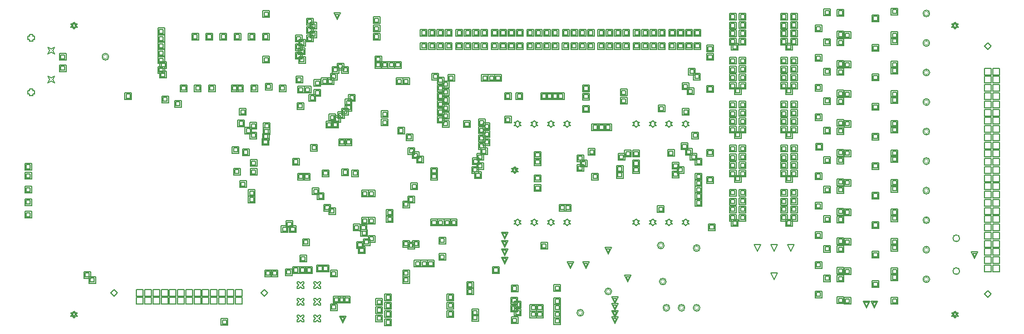
<source format=gbr>
%TF.GenerationSoftware,Altium Limited,Altium Designer,22.4.2 (48)*%
G04 Layer_Color=2752767*
%FSLAX45Y45*%
%MOMM*%
%TF.SameCoordinates,3A7B4B19-9BDF-4AC5-8A71-DEF6C9DA19E2*%
%TF.FilePolarity,Positive*%
%TF.FileFunction,Drawing*%
%TF.Part,Single*%
G01*
G75*
%TA.AperFunction,NonConductor*%
%ADD132C,0.12700*%
%ADD202C,0.16933*%
%ADD203C,0.10160*%
D132*
X5249199Y1579200D02*
Y1680800D01*
X5350799D01*
Y1579200D01*
X5249199D01*
X4999202D02*
Y1680800D01*
X5100802D01*
Y1579200D01*
X4999202D01*
X4874198D02*
Y1680800D01*
X4975798D01*
Y1579200D01*
X4874198D01*
X4624201D02*
Y1680800D01*
X4725801D01*
Y1579200D01*
X4624201D01*
X4499203D02*
Y1680800D01*
X4600803D01*
Y1579200D01*
X4499203D01*
X4249200D02*
Y1680800D01*
X4350800D01*
Y1579200D01*
X4249200D01*
X4124202D02*
Y1680800D01*
X4225802D01*
Y1579200D01*
X4124202D01*
X3874200D02*
Y1680800D01*
X3975800D01*
Y1579200D01*
X3874200D01*
X3749202D02*
Y1680800D01*
X3850802D01*
Y1579200D01*
X3749202D01*
X3749201Y1454201D02*
Y1555801D01*
X3850801D01*
Y1454201D01*
X3749201D01*
X16649200Y2199200D02*
Y2300800D01*
X16750800D01*
Y2199200D01*
X16649200D01*
X16774200D02*
Y2300800D01*
X16875800D01*
Y2199200D01*
X16774200D01*
X13450000Y2264200D02*
X13399200Y2365800D01*
X13500800D01*
X13450000Y2264200D01*
X9800000Y4149199D02*
X9825400Y4174599D01*
X9850800D01*
X9825400Y4199999D01*
X9850800Y4225399D01*
X9825400D01*
X9800000Y4250799D01*
X9774600Y4225399D01*
X9749200D01*
X9774600Y4199999D01*
X9749200Y4174599D01*
X9774600D01*
X9800000Y4149199D01*
X2399200Y5271700D02*
X2424600Y5322500D01*
X2399200Y5373300D01*
X2450000Y5347900D01*
X2500800Y5373300D01*
X2475400Y5322500D01*
X2500800Y5271700D01*
X2450000Y5297100D01*
X2399200Y5271700D01*
X2124601Y5492101D02*
Y5466701D01*
X2175401D01*
Y5492101D01*
X2200801D01*
Y5542901D01*
X2175401D01*
Y5568301D01*
X2124601D01*
Y5542901D01*
X2099201D01*
Y5492101D01*
X2124601D01*
X2399200Y4826697D02*
X2424600Y4877497D01*
X2399200Y4928297D01*
X2450000Y4902897D01*
X2500800Y4928297D01*
X2475400Y4877497D01*
X2500800Y4826697D01*
X2450000Y4852097D01*
X2399200Y4826697D01*
X2124601Y4657102D02*
Y4631702D01*
X2175401D01*
Y4657102D01*
X2200801D01*
Y4707902D01*
X2175401D01*
Y4733302D01*
X2124601D01*
Y4707902D01*
X2099201D01*
Y4657102D01*
X2124601D01*
X9800000Y2649199D02*
X9825400Y2674599D01*
X9850800D01*
X9825400Y2699999D01*
X9850800Y2725399D01*
X9825400D01*
X9800000Y2750799D01*
X9774600Y2725399D01*
X9749200D01*
X9774600Y2699999D01*
X9749200Y2674599D01*
X9774600D01*
X9800000Y2649199D01*
X6449199Y1693200D02*
X6474599D01*
X6499999Y1718600D01*
X6525399Y1693200D01*
X6550799D01*
Y1718600D01*
X6525399Y1744000D01*
X6550799Y1769400D01*
Y1794800D01*
X6525399D01*
X6499999Y1769400D01*
X6474599Y1794800D01*
X6449199D01*
Y1769400D01*
X6474599Y1744000D01*
X6449199Y1718600D01*
Y1693200D01*
X5124200Y1579200D02*
Y1680800D01*
X5225800D01*
Y1579200D01*
X5124200D01*
X5124200Y1454201D02*
Y1555801D01*
X5225800D01*
Y1454201D01*
X5124200D01*
X4749200Y1579200D02*
Y1680800D01*
X4850800D01*
Y1579200D01*
X4749200D01*
X4374199D02*
Y1680800D01*
X4475799D01*
Y1579200D01*
X4374199D01*
X4374199Y1454201D02*
Y1555801D01*
X4475799D01*
Y1454201D01*
X4374199D01*
X4749200D02*
Y1555801D01*
X4850800D01*
Y1454201D01*
X4749200D01*
X3999199Y1579200D02*
Y1680800D01*
X4100799D01*
Y1579200D01*
X3999199D01*
Y1454201D02*
Y1555801D01*
X4100799D01*
Y1454201D01*
X3999199D01*
X10299999Y4149199D02*
X10325399Y4174599D01*
X10350799D01*
X10325399Y4199999D01*
X10350799Y4225399D01*
X10325399D01*
X10299999Y4250799D01*
X10274599Y4225399D01*
X10249199D01*
X10274599Y4199999D01*
X10249199Y4174599D01*
X10274599D01*
X10299999Y4149199D01*
X10050002Y4149199D02*
X10075402Y4174599D01*
X10100802D01*
X10075402Y4199999D01*
X10100802Y4225399D01*
X10075402D01*
X10050002Y4250799D01*
X10024602Y4225399D01*
X9999202D01*
X10024602Y4199999D01*
X9999202Y4174599D01*
X10024602D01*
X10050002Y4149199D01*
X9549998D02*
X9575398Y4174599D01*
X9600798D01*
X9575398Y4199999D01*
X9600798Y4225399D01*
X9575398D01*
X9549998Y4250799D01*
X9524598Y4225399D01*
X9499198D01*
X9524598Y4199999D01*
X9499198Y4174599D01*
X9524598D01*
X9549998Y4149199D01*
X11349998Y4149202D02*
X11375398Y4174602D01*
X11400798D01*
X11375398Y4200002D01*
X11400798Y4225402D01*
X11375398D01*
X11349998Y4250802D01*
X11324598Y4225402D01*
X11299198D01*
X11324598Y4200002D01*
X11299198Y4174602D01*
X11324598D01*
X11349998Y4149202D01*
X11600000D02*
X11625400Y4174602D01*
X11650800D01*
X11625400Y4200002D01*
X11650800Y4225402D01*
X11625400D01*
X11600000Y4250802D01*
X11574600Y4225402D01*
X11549200D01*
X11574600Y4200002D01*
X11549200Y4174602D01*
X11574600D01*
X11600000Y4149202D01*
X11850002D02*
X11875402Y4174602D01*
X11900802D01*
X11875402Y4200002D01*
X11900802Y4225402D01*
X11875402D01*
X11850002Y4250802D01*
X11824602Y4225402D01*
X11799202D01*
X11824602Y4200002D01*
X11799202Y4174602D01*
X11824602D01*
X11850002Y4149202D01*
X12099999Y4149201D02*
X12125399Y4174601D01*
X12150799D01*
X12125399Y4200001D01*
X12150799Y4225401D01*
X12125399D01*
X12099999Y4250801D01*
X12074599Y4225401D01*
X12049199D01*
X12074599Y4200001D01*
X12049199Y4174601D01*
X12074599D01*
X12099999Y4149201D01*
X5249198Y1454201D02*
Y1555801D01*
X5350798D01*
Y1454201D01*
X5249198D01*
X4999202D02*
Y1555801D01*
X5100802D01*
Y1454201D01*
X4999202D01*
X4874198D02*
Y1555801D01*
X4975798D01*
Y1454201D01*
X4874198D01*
X4624201D02*
Y1555801D01*
X4725801D01*
Y1454201D01*
X4624201D01*
X4499203D02*
Y1555801D01*
X4600803D01*
Y1454201D01*
X4499203D01*
X4249201D02*
Y1555801D01*
X4350801D01*
Y1454201D01*
X4249201D01*
X4124202D02*
Y1555801D01*
X4225802D01*
Y1454201D01*
X4124202D01*
X3874200D02*
Y1555801D01*
X3975800D01*
Y1454201D01*
X3874200D01*
X5639201Y1630000D02*
X5690001Y1680800D01*
X5740801Y1630000D01*
X5690001Y1579200D01*
X5639201Y1630000D01*
X3359200Y1630000D02*
X3410000Y1680800D01*
X3460800Y1630000D01*
X3410000Y1579200D01*
X3359200Y1630000D01*
X6195199Y1693200D02*
X6220599D01*
X6245999Y1718600D01*
X6271399Y1693200D01*
X6296799D01*
Y1718600D01*
X6271399Y1744000D01*
X6296799Y1769400D01*
Y1794800D01*
X6271399D01*
X6245999Y1769400D01*
X6220599Y1794800D01*
X6195199D01*
Y1769400D01*
X6220599Y1744000D01*
X6195199Y1718600D01*
Y1693200D01*
Y1439200D02*
X6220599D01*
X6245999Y1464600D01*
X6271399Y1439200D01*
X6296799D01*
Y1464600D01*
X6271399Y1490000D01*
X6296799Y1515400D01*
Y1540800D01*
X6271399D01*
X6245999Y1515400D01*
X6220599Y1540800D01*
X6195199D01*
Y1515400D01*
X6220599Y1490000D01*
X6195199Y1464600D01*
Y1439200D01*
X6449199D02*
X6474599D01*
X6499999Y1464600D01*
X6525399Y1439200D01*
X6550799D01*
Y1464600D01*
X6525399Y1490000D01*
X6550799Y1515400D01*
Y1540800D01*
X6525399D01*
X6499999Y1515400D01*
X6474599Y1540800D01*
X6449199D01*
Y1515400D01*
X6474599Y1490000D01*
X6449199Y1464600D01*
Y1439200D01*
X6195198Y1185200D02*
X6220598D01*
X6245998Y1210600D01*
X6271398Y1185200D01*
X6296798D01*
Y1210600D01*
X6271398Y1236000D01*
X6296798Y1261400D01*
Y1286800D01*
X6271398D01*
X6245998Y1261400D01*
X6220598Y1286800D01*
X6195198D01*
Y1261400D01*
X6220598Y1236000D01*
X6195198Y1210600D01*
Y1185200D01*
X6449199D02*
X6474599D01*
X6499999Y1210600D01*
X6525399Y1185200D01*
X6550799D01*
Y1210600D01*
X6525399Y1236000D01*
X6550799Y1261400D01*
Y1286800D01*
X6525399D01*
X6499999Y1261400D01*
X6474599Y1286800D01*
X6449199D01*
Y1261400D01*
X6474599Y1236000D01*
X6449199Y1210600D01*
Y1185200D01*
X13703999Y2264200D02*
X13653200Y2365800D01*
X13754800D01*
X13703999Y2264200D01*
X16649200Y4824200D02*
Y4925800D01*
X16750800D01*
Y4824200D01*
X16649200D01*
X16774200D02*
Y4925800D01*
X16875800D01*
Y4824200D01*
X16774200D01*
X16649200Y4574200D02*
Y4675800D01*
X16750800D01*
Y4574200D01*
X16649200D01*
X16774200D02*
Y4675800D01*
X16875800D01*
Y4574200D01*
X16774200D01*
X16649200Y4324200D02*
Y4425800D01*
X16750800D01*
Y4324200D01*
X16649200D01*
X16774200D02*
Y4425800D01*
X16875800D01*
Y4324200D01*
X16774200D01*
X16649200Y4074200D02*
Y4175800D01*
X16750800D01*
Y4074200D01*
X16649200D01*
X16774200D02*
Y4175800D01*
X16875800D01*
Y4074200D01*
X16774200D01*
X16649200Y3824200D02*
Y3925800D01*
X16750800D01*
Y3824200D01*
X16649200D01*
X16774200D02*
Y3925800D01*
X16875800D01*
Y3824200D01*
X16774200D01*
X16649200Y3574200D02*
Y3675800D01*
X16750800D01*
Y3574200D01*
X16649200D01*
X16774200D02*
Y3675800D01*
X16875800D01*
Y3574200D01*
X16774200D01*
X16649200Y3324200D02*
Y3425800D01*
X16750800D01*
Y3324200D01*
X16649200D01*
X16774200D02*
Y3425800D01*
X16875800D01*
Y3324200D01*
X16774200D01*
X16649200Y3074200D02*
Y3175800D01*
X16750800D01*
Y3074200D01*
X16649200D01*
X16774200D02*
Y3175800D01*
X16875800D01*
Y3074200D01*
X16774200D01*
X16649200Y2824200D02*
Y2925800D01*
X16750800D01*
Y2824200D01*
X16649200D01*
X16774200D02*
Y2925800D01*
X16875800D01*
Y2824200D01*
X16774200D01*
X16649200Y2574200D02*
Y2675800D01*
X16750800D01*
Y2574200D01*
X16649200D01*
X16774200D02*
Y2675800D01*
X16875800D01*
Y2574200D01*
X16774200D01*
X16649200Y2449200D02*
Y2550800D01*
X16750800D01*
Y2449200D01*
X16649200D01*
X16774200Y2324200D02*
Y2425800D01*
X16875800D01*
Y2324200D01*
X16774200D01*
Y2449200D02*
Y2550800D01*
X16875800D01*
Y2449200D01*
X16774200D01*
X16649200Y2074200D02*
Y2175800D01*
X16750800D01*
Y2074200D01*
X16649200D01*
X16774200D02*
Y2175800D01*
X16875800D01*
Y2074200D01*
X16774200D01*
X16649200Y2324200D02*
Y2425800D01*
X16750800D01*
Y2324200D01*
X16649200D01*
Y1949200D02*
Y2050800D01*
X16750800D01*
Y1949200D01*
X16649200D01*
X16774200D02*
Y2050800D01*
X16875800D01*
Y1949200D01*
X16774200D01*
X16649200Y1610000D02*
X16700000Y1660800D01*
X16750800Y1610000D01*
X16700000Y1559200D01*
X16649200Y1610000D01*
Y5390000D02*
X16700000Y5440800D01*
X16750800Y5390000D01*
X16700000Y5339200D01*
X16649200Y5390000D01*
X16774200Y2699200D02*
Y2800800D01*
X16875800D01*
Y2699200D01*
X16774200D01*
Y2949200D02*
Y3050800D01*
X16875800D01*
Y2949200D01*
X16774200D01*
Y3199200D02*
Y3300800D01*
X16875800D01*
Y3199200D01*
X16774200D01*
Y3449200D02*
Y3550800D01*
X16875800D01*
Y3449200D01*
X16774200D01*
Y3699200D02*
Y3800800D01*
X16875800D01*
Y3699200D01*
X16774200D01*
Y3949200D02*
Y4050800D01*
X16875800D01*
Y3949200D01*
X16774200D01*
Y4199200D02*
Y4300800D01*
X16875800D01*
Y4199200D01*
X16774200D01*
Y4449200D02*
Y4550800D01*
X16875800D01*
Y4449200D01*
X16774200D01*
Y4699200D02*
Y4800800D01*
X16875800D01*
Y4699200D01*
X16774200D01*
Y4949200D02*
Y5050800D01*
X16875800D01*
Y4949200D01*
X16774200D01*
X16649200Y2699200D02*
Y2800800D01*
X16750800D01*
Y2699200D01*
X16649200D01*
Y2949200D02*
Y3050800D01*
X16750800D01*
Y2949200D01*
X16649200D01*
Y3199200D02*
Y3300800D01*
X16750800D01*
Y3199200D01*
X16649200D01*
Y3449200D02*
Y3550800D01*
X16750800D01*
Y3449200D01*
X16649200D01*
Y3699200D02*
Y3800800D01*
X16750800D01*
Y3699200D01*
X16649200D01*
Y3949200D02*
Y4050800D01*
X16750800D01*
Y3949200D01*
X16649200D01*
Y4199200D02*
Y4300800D01*
X16750800D01*
Y4199200D01*
X16649200D01*
Y4449200D02*
Y4550800D01*
X16750800D01*
Y4449200D01*
X16649200D01*
Y4699200D02*
Y4800800D01*
X16750800D01*
Y4699200D01*
X16649200D01*
Y4949200D02*
Y5050800D01*
X16750800D01*
Y4949200D01*
X16649200D01*
X13196001Y2264200D02*
X13145200Y2365800D01*
X13246800D01*
X13196001Y2264200D01*
X12100001Y2649201D02*
X12125401Y2674601D01*
X12150801D01*
X12125401Y2700001D01*
X12150801Y2725401D01*
X12125401D01*
X12100001Y2750801D01*
X12074601Y2725401D01*
X12049201D01*
X12074601Y2700001D01*
X12049201Y2674601D01*
X12074601D01*
X12100001Y2649201D01*
X11849999Y2649201D02*
X11875399Y2674601D01*
X11900799D01*
X11875399Y2700001D01*
X11900799Y2725401D01*
X11875399D01*
X11849999Y2750801D01*
X11824599Y2725401D01*
X11799199D01*
X11824599Y2700001D01*
X11799199Y2674601D01*
X11824599D01*
X11849999Y2649201D01*
X11599997D02*
X11625397Y2674601D01*
X11650797D01*
X11625397Y2700001D01*
X11650797Y2725401D01*
X11625397D01*
X11599997Y2750801D01*
X11574597Y2725401D01*
X11549197D01*
X11574597Y2700001D01*
X11549197Y2674601D01*
X11574597D01*
X11599997Y2649201D01*
X11350000D02*
X11375400Y2674601D01*
X11400800D01*
X11375400Y2700001D01*
X11400800Y2725401D01*
X11375400D01*
X11350000Y2750801D01*
X11324600Y2725401D01*
X11299200D01*
X11324600Y2700001D01*
X11299200Y2674601D01*
X11324600D01*
X11350000Y2649201D01*
X9549998Y2649199D02*
X9575398Y2674599D01*
X9600798D01*
X9575398Y2699999D01*
X9600798Y2725399D01*
X9575398D01*
X9549998Y2750799D01*
X9524598Y2725399D01*
X9499198D01*
X9524598Y2699999D01*
X9499198Y2674599D01*
X9524598D01*
X9549998Y2649199D01*
X10050002D02*
X10075402Y2674599D01*
X10100802D01*
X10075402Y2699999D01*
X10100802Y2725399D01*
X10075402D01*
X10050002Y2750799D01*
X10024602Y2725399D01*
X9999202D01*
X10024602Y2699999D01*
X9999202Y2674599D01*
X10024602D01*
X10050002Y2649199D01*
X10299999Y2649199D02*
X10325399Y2674599D01*
X10350799D01*
X10325399Y2699999D01*
X10350799Y2725399D01*
X10325399D01*
X10299999Y2750799D01*
X10274599Y2725399D01*
X10249199D01*
X10274599Y2699999D01*
X10249199Y2674599D01*
X10274599D01*
X10299999Y2649199D01*
X5359200Y3719200D02*
Y3820800D01*
X5460800D01*
Y3719200D01*
X5359200D01*
X5379520Y3739520D02*
Y3800480D01*
X5440480D01*
Y3739520D01*
X5379520D01*
X5479200Y3554200D02*
Y3655800D01*
X5580800D01*
Y3554200D01*
X5479200D01*
X5499520Y3574520D02*
Y3635480D01*
X5560480D01*
Y3574520D01*
X5499520D01*
X5479200Y3419200D02*
Y3520800D01*
X5580800D01*
Y3419200D01*
X5479200D01*
X5499520Y3439520D02*
Y3500480D01*
X5560480D01*
Y3439520D01*
X5499520D01*
X6164200Y5451701D02*
Y5553301D01*
X6265800D01*
Y5451701D01*
X6164200D01*
X6184520Y5472021D02*
Y5532981D01*
X6245480D01*
Y5472021D01*
X6184520D01*
X6449200Y4774200D02*
Y4875800D01*
X6550800D01*
Y4774200D01*
X6449200D01*
X6469520Y4794520D02*
Y4855480D01*
X6530480D01*
Y4794520D01*
X6469520D01*
X6174200Y4824200D02*
Y4925800D01*
X6275800D01*
Y4824200D01*
X6174200D01*
X6194520Y4844520D02*
Y4905480D01*
X6255480D01*
Y4844520D01*
X6194520D01*
X6649200Y4799200D02*
Y4900800D01*
X6750800D01*
Y4799200D01*
X6649200D01*
X6669520Y4819520D02*
Y4880480D01*
X6730480D01*
Y4819520D01*
X6669520D01*
X6274200Y2349200D02*
Y2450800D01*
X6375800D01*
Y2349200D01*
X6274200D01*
X6294520Y2369520D02*
Y2430480D01*
X6355480D01*
Y2369520D01*
X6294520D01*
X5314200Y4334200D02*
Y4435800D01*
X5415800D01*
Y4334200D01*
X5314200D01*
X5334520Y4354520D02*
Y4415480D01*
X5395480D01*
Y4354520D01*
X5334520D01*
X6679200Y4249200D02*
Y4350800D01*
X6780800D01*
Y4249200D01*
X6679200D01*
X6699520Y4269520D02*
Y4330480D01*
X6760480D01*
Y4269520D01*
X6699520D01*
X5709200Y4719200D02*
Y4820800D01*
X5810800D01*
Y4719200D01*
X5709200D01*
X5729520Y4739520D02*
Y4800480D01*
X5790480D01*
Y4739520D01*
X5729520D01*
X5669200Y5129200D02*
Y5230800D01*
X5770800D01*
Y5129200D01*
X5669200D01*
X5689520Y5149520D02*
Y5210480D01*
X5750480D01*
Y5149520D01*
X5689520D01*
X5669200Y5824200D02*
Y5925800D01*
X5770800D01*
Y5824200D01*
X5669200D01*
X5689520Y5844520D02*
Y5905480D01*
X5750480D01*
Y5844520D01*
X5689520D01*
X5289200Y4159200D02*
Y4260800D01*
X5390800D01*
Y4159200D01*
X5289200D01*
X5309520Y4179520D02*
Y4240480D01*
X5370480D01*
Y4179520D01*
X5309520D01*
X5399200Y4049200D02*
Y4150800D01*
X5500800D01*
Y4049200D01*
X5399200D01*
X5419520Y4069520D02*
Y4130480D01*
X5480480D01*
Y4069520D01*
X5419520D01*
X8399200Y4514200D02*
Y4615800D01*
X8500800D01*
Y4514200D01*
X8399200D01*
X8419520Y4534520D02*
Y4595480D01*
X8480480D01*
Y4534520D01*
X8419520D01*
X6189200Y4424200D02*
Y4525800D01*
X6290800D01*
Y4424200D01*
X6189200D01*
X6209520Y4444520D02*
Y4505480D01*
X6270480D01*
Y4444520D01*
X6209520D01*
X6299200Y4674200D02*
Y4775800D01*
X6400800D01*
Y4674200D01*
X6299200D01*
X6319520Y4694520D02*
Y4755480D01*
X6380480D01*
Y4694520D01*
X6319520D01*
X11829200Y3709200D02*
Y3810800D01*
X11930800D01*
Y3709200D01*
X11829200D01*
X11849520Y3729520D02*
Y3790480D01*
X11910480D01*
Y3729520D01*
X11849520D01*
X11899200Y3514200D02*
Y3615800D01*
X12000800D01*
Y3514200D01*
X11899200D01*
X11919520Y3534520D02*
Y3595480D01*
X11980480D01*
Y3534520D01*
X11919520D01*
X11974200Y3449200D02*
Y3550800D01*
X12075800D01*
Y3449200D01*
X11974200D01*
X11994520Y3469520D02*
Y3530480D01*
X12055480D01*
Y3469520D01*
X11994520D01*
X12034200Y3809200D02*
Y3910800D01*
X12135800D01*
Y3809200D01*
X12034200D01*
X12054520Y3829520D02*
Y3890480D01*
X12115480D01*
Y3829520D01*
X12054520D01*
X12249200Y3049200D02*
Y3150800D01*
X12350800D01*
Y3049200D01*
X12249200D01*
X12269520Y3069520D02*
Y3130480D01*
X12330480D01*
Y3069520D01*
X12269520D01*
X12099200Y3724200D02*
Y3825800D01*
X12200800D01*
Y3724200D01*
X12099200D01*
X12119520Y3744520D02*
Y3805480D01*
X12180480D01*
Y3744520D01*
X12119520D01*
X11109200Y4504200D02*
Y4605800D01*
X11210800D01*
Y4504200D01*
X11109200D01*
X11129520Y4524520D02*
Y4585480D01*
X11190480D01*
Y4524520D01*
X11129520D01*
X11109200Y4629198D02*
Y4730798D01*
X11210800D01*
Y4629198D01*
X11109200D01*
X11129520Y4649518D02*
Y4710478D01*
X11190480D01*
Y4649518D01*
X11129520D01*
X9164200Y1924200D02*
Y2025800D01*
X9265800D01*
Y1924200D01*
X9164200D01*
X9184520Y1944520D02*
Y2005480D01*
X9245480D01*
Y1944520D01*
X9184520D01*
X9449200Y1644200D02*
Y1745800D01*
X9550800D01*
Y1644200D01*
X9449200D01*
X9469520Y1664520D02*
Y1725480D01*
X9530480D01*
Y1664520D01*
X9469520D01*
X6011396Y1893595D02*
Y1995195D01*
X6112996D01*
Y1893595D01*
X6011396D01*
X6031716Y1913915D02*
Y1974875D01*
X6092676D01*
Y1913915D01*
X6031716D01*
X7799200Y1774200D02*
Y1875800D01*
X7900800D01*
Y1774200D01*
X7799200D01*
X7819520Y1794520D02*
Y1855480D01*
X7880480D01*
Y1794520D01*
X7819520D01*
X7799200Y1874200D02*
Y1975800D01*
X7900800D01*
Y1874200D01*
X7799200D01*
X7819520Y1894520D02*
Y1955480D01*
X7880480D01*
Y1894520D01*
X7819520D01*
X7549200Y2799200D02*
Y2900800D01*
X7650800D01*
Y2799200D01*
X7549200D01*
X7569520Y2819520D02*
Y2880480D01*
X7630480D01*
Y2819520D01*
X7569520D01*
X7274200Y2399200D02*
Y2500800D01*
X7375800D01*
Y2399200D01*
X7274200D01*
X7294520Y2419520D02*
Y2480480D01*
X7355480D01*
Y2419520D01*
X7294520D01*
X7199200Y2349200D02*
Y2450800D01*
X7300800D01*
Y2349200D01*
X7199200D01*
X7219520Y2369520D02*
Y2430480D01*
X7280480D01*
Y2369520D01*
X7219520D01*
X7159200Y2489200D02*
Y2590800D01*
X7260800D01*
Y2489200D01*
X7159200D01*
X7179520Y2509520D02*
Y2570480D01*
X7240480D01*
Y2509520D01*
X7179520D01*
X6699200Y1869200D02*
Y1970800D01*
X6800800D01*
Y1869200D01*
X6699200D01*
X6719520Y1889520D02*
Y1950480D01*
X6780480D01*
Y1889520D01*
X6719520D01*
X7549200Y2699200D02*
Y2800800D01*
X7650800D01*
Y2699200D01*
X7549200D01*
X7569520Y2719520D02*
Y2780480D01*
X7630480D01*
Y2719520D01*
X7569520D01*
X7044200Y2574200D02*
Y2675800D01*
X7145800D01*
Y2574200D01*
X7044200D01*
X7064520Y2594520D02*
Y2655480D01*
X7125480D01*
Y2594520D01*
X7064520D01*
X6924200Y3874200D02*
Y3975800D01*
X7025800D01*
Y3874200D01*
X6924200D01*
X6944520Y3894520D02*
Y3955480D01*
X7005480D01*
Y3894520D01*
X6944520D01*
X6824200Y3874494D02*
Y3976094D01*
X6925800D01*
Y3874494D01*
X6824200D01*
X6844520Y3894814D02*
Y3955774D01*
X6905480D01*
Y3894814D01*
X6844520D01*
X6374200Y4549200D02*
Y4650800D01*
X6475800D01*
Y4549200D01*
X6374200D01*
X6394520Y4569520D02*
Y4630480D01*
X6455480D01*
Y4569520D01*
X6394520D01*
X6449200Y4624200D02*
Y4725800D01*
X6550800D01*
Y4624200D01*
X6449200D01*
X6469520Y4644520D02*
Y4705480D01*
X6530480D01*
Y4644520D01*
X6469520D01*
X5664200Y3959200D02*
Y4060800D01*
X5765800D01*
Y3959200D01*
X5664200D01*
X5684520Y3979520D02*
Y4040480D01*
X5745480D01*
Y3979520D01*
X5684520D01*
X5679200Y4119200D02*
Y4220800D01*
X5780800D01*
Y4119200D01*
X5679200D01*
X5699520Y4139520D02*
Y4200480D01*
X5760480D01*
Y4139520D01*
X5699520D01*
X5674200Y4039200D02*
Y4140800D01*
X5775800D01*
Y4039200D01*
X5674200D01*
X5694520Y4059520D02*
Y4120480D01*
X5755480D01*
Y4059520D01*
X5694520D01*
X5449200Y3099200D02*
Y3200800D01*
X5550800D01*
Y3099200D01*
X5449200D01*
X5469520Y3119520D02*
Y3180480D01*
X5530480D01*
Y3119520D01*
X5469520D01*
X6499200Y3049200D02*
Y3150800D01*
X6600800D01*
Y3049200D01*
X6499200D01*
X6519520Y3069520D02*
Y3130480D01*
X6580480D01*
Y3069520D01*
X6519520D01*
X6424200Y3124200D02*
Y3225800D01*
X6525800D01*
Y3124200D01*
X6424200D01*
X6444520Y3144520D02*
Y3205480D01*
X6505480D01*
Y3144520D01*
X6444520D01*
X7924200Y3199200D02*
Y3300800D01*
X8025800D01*
Y3199200D01*
X7924200D01*
X7944520Y3219520D02*
Y3280480D01*
X8005480D01*
Y3219520D01*
X7944520D01*
X6289200Y3349200D02*
Y3450800D01*
X6390800D01*
Y3349200D01*
X6289200D01*
X6309520Y3369520D02*
Y3430480D01*
X6370480D01*
Y3369520D01*
X6309520D01*
X6074200Y2549200D02*
Y2650800D01*
X6175800D01*
Y2549200D01*
X6074200D01*
X6094520Y2569520D02*
Y2630480D01*
X6155480D01*
Y2569520D01*
X6094520D01*
X7149200Y2569200D02*
Y2670800D01*
X7250800D01*
Y2569200D01*
X7149200D01*
X7169520Y2589520D02*
Y2650480D01*
X7230480D01*
Y2589520D01*
X7169520D01*
X5449200Y2999200D02*
Y3100800D01*
X5550800D01*
Y2999200D01*
X5449200D01*
X5469520Y3019520D02*
Y3080480D01*
X5530480D01*
Y3019520D01*
X5469520D01*
X5204200Y3754200D02*
Y3855800D01*
X5305800D01*
Y3754200D01*
X5204200D01*
X5224520Y3774520D02*
Y3835480D01*
X5285480D01*
Y3774520D01*
X5224520D01*
X6234200Y2099200D02*
Y2200800D01*
X6335800D01*
Y2099200D01*
X6234200D01*
X6254520Y2119520D02*
Y2180480D01*
X6315480D01*
Y2119520D01*
X6254520D01*
X6024200Y2624200D02*
Y2725800D01*
X6125800D01*
Y2624200D01*
X6024200D01*
X6044520Y2644520D02*
Y2705480D01*
X6105480D01*
Y2644520D01*
X6044520D01*
X6924200Y4479200D02*
Y4580800D01*
X7025800D01*
Y4479200D01*
X6924200D01*
X6944520Y4499520D02*
Y4560480D01*
X7005480D01*
Y4499520D01*
X6944520D01*
X6974200Y4549200D02*
Y4650800D01*
X7075800D01*
Y4549200D01*
X6974200D01*
X6994520Y4569520D02*
Y4630480D01*
X7055480D01*
Y4569520D01*
X6994520D01*
X6399200Y3789200D02*
Y3890800D01*
X6500800D01*
Y3789200D01*
X6399200D01*
X6419520Y3809520D02*
Y3870480D01*
X6480480D01*
Y3809520D01*
X6419520D01*
X6869200Y4339200D02*
Y4440800D01*
X6970800D01*
Y4339200D01*
X6869200D01*
X6889520Y4359520D02*
Y4420480D01*
X6950480D01*
Y4359520D01*
X6889520D01*
X6809200Y4284200D02*
Y4385800D01*
X6910800D01*
Y4284200D01*
X6809200D01*
X6829520Y4304520D02*
Y4365480D01*
X6890480D01*
Y4304520D01*
X6829520D01*
X6924200Y4399200D02*
Y4500800D01*
X7025800D01*
Y4399200D01*
X6924200D01*
X6944520Y4419520D02*
Y4480480D01*
X7005480D01*
Y4419520D01*
X6944520D01*
X6749200Y4224200D02*
Y4325800D01*
X6850800D01*
Y4224200D01*
X6749200D01*
X6769520Y4244520D02*
Y4305480D01*
X6830480D01*
Y4244520D01*
X6769520D01*
X5034200Y1134703D02*
Y1236303D01*
X5135800D01*
Y1134703D01*
X5034200D01*
X5054520Y1155023D02*
Y1215983D01*
X5115480D01*
Y1155023D01*
X5054520D01*
X13549200Y5403700D02*
Y5505300D01*
X13650800D01*
Y5403700D01*
X13549200D01*
X13569521Y5424020D02*
Y5484980D01*
X13630479D01*
Y5424020D01*
X13569521D01*
X12769201Y5403700D02*
Y5505300D01*
X12870801D01*
Y5403700D01*
X12769201D01*
X12789521Y5424020D02*
Y5484980D01*
X12850481D01*
Y5424020D01*
X12789521D01*
X11149199Y5339200D02*
Y5440800D01*
X11250799D01*
Y5339200D01*
X11149199D01*
X11169519Y5359520D02*
Y5420480D01*
X11230479D01*
Y5359520D01*
X11169519D01*
X12229199Y5339200D02*
Y5440800D01*
X12330799D01*
Y5339200D01*
X12229199D01*
X12249519Y5359520D02*
Y5420480D01*
X12310479D01*
Y5359520D01*
X12249519D01*
X11689199Y5339200D02*
Y5440800D01*
X11790799D01*
Y5339200D01*
X11689199D01*
X11709519Y5359520D02*
Y5420480D01*
X11770479D01*
Y5359520D01*
X11709519D01*
X13549200Y4733700D02*
Y4835300D01*
X13650800D01*
Y4733700D01*
X13549200D01*
X13569521Y4754020D02*
Y4814980D01*
X13630479D01*
Y4754020D01*
X13569521D01*
X13549200Y4063701D02*
Y4165301D01*
X13650800D01*
Y4063701D01*
X13549200D01*
X13569521Y4084021D02*
Y4144981D01*
X13630479D01*
Y4084021D01*
X13569521D01*
X12769201Y4733700D02*
Y4835300D01*
X12870801D01*
Y4733700D01*
X12769201D01*
X12789521Y4754020D02*
Y4814980D01*
X12850481D01*
Y4754020D01*
X12789521D01*
X12769201Y4063701D02*
Y4165301D01*
X12870801D01*
Y4063701D01*
X12769201D01*
X12789521Y4084021D02*
Y4144981D01*
X12850481D01*
Y4084021D01*
X12789521D01*
X13549200Y3393701D02*
Y3495301D01*
X13650800D01*
Y3393701D01*
X13549200D01*
X13569521Y3414021D02*
Y3474981D01*
X13630479D01*
Y3414021D01*
X13569521D01*
X12769201Y3393701D02*
Y3495301D01*
X12870801D01*
Y3393701D01*
X12769201D01*
X12789521Y3414021D02*
Y3474981D01*
X12850481D01*
Y3414021D01*
X12789521D01*
X13549200Y2723701D02*
Y2825301D01*
X13650800D01*
Y2723701D01*
X13549200D01*
X13569521Y2744021D02*
Y2804981D01*
X13630479D01*
Y2744021D01*
X13569521D01*
X12769201Y2723701D02*
Y2825301D01*
X12870801D01*
Y2723701D01*
X12769201D01*
X12789521Y2744021D02*
Y2804981D01*
X12850481D01*
Y2744021D01*
X12789521D01*
X11049200Y3464200D02*
Y3565800D01*
X11150800D01*
Y3464200D01*
X11049200D01*
X11069520Y3484520D02*
Y3545480D01*
X11130480D01*
Y3484520D01*
X11069520D01*
X13450000Y1829200D02*
X13399200Y1930800D01*
X13500800D01*
X13450000Y1829200D01*
X11225000Y1794200D02*
X11174200Y1895800D01*
X11275800D01*
X11225000Y1794200D01*
Y1814520D02*
X11194520Y1875480D01*
X11255480D01*
X11225000Y1814520D01*
X10609199Y5339200D02*
Y5440800D01*
X10710799D01*
Y5339200D01*
X10609199D01*
X10629519Y5359520D02*
Y5420480D01*
X10690479D01*
Y5359520D01*
X10629519D01*
X10069199Y5339200D02*
Y5440800D01*
X10170799D01*
Y5339200D01*
X10069199D01*
X10089519Y5359520D02*
Y5420480D01*
X10150479D01*
Y5359520D01*
X10089519D01*
X9529199Y5339200D02*
Y5440800D01*
X9630799D01*
Y5339200D01*
X9529199D01*
X9549519Y5359520D02*
Y5420480D01*
X9610479D01*
Y5359520D01*
X9549519D01*
X10536700Y4566700D02*
Y4668300D01*
X10638300D01*
Y4566700D01*
X10536700D01*
X10557020Y4587020D02*
Y4647980D01*
X10617980D01*
Y4587020D01*
X10557020D01*
X8989199Y5339200D02*
Y5440800D01*
X9090799D01*
Y5339200D01*
X8989199D01*
X9009519Y5359520D02*
Y5420480D01*
X9070479D01*
Y5359520D01*
X9009519D01*
X8449199Y5339200D02*
Y5440800D01*
X8550799D01*
Y5339200D01*
X8449199D01*
X8469519Y5359520D02*
Y5420480D01*
X8530479D01*
Y5359520D01*
X8469519D01*
X8999200Y4849200D02*
Y4950800D01*
X9100800D01*
Y4849200D01*
X8999200D01*
X9019520Y4869520D02*
Y4930480D01*
X9080480D01*
Y4869520D01*
X9019520D01*
X9799200Y3679202D02*
Y3780802D01*
X9900800D01*
Y3679202D01*
X9799200D01*
X9819520Y3699522D02*
Y3760482D01*
X9880480D01*
Y3699522D01*
X9819520D01*
X10449200Y3479202D02*
Y3580802D01*
X10550800D01*
Y3479202D01*
X10449200D01*
X10469520Y3499522D02*
Y3560482D01*
X10530480D01*
Y3499522D01*
X10469520D01*
X7474200Y4299200D02*
Y4400800D01*
X7575800D01*
Y4299200D01*
X7474200D01*
X7494520Y4319520D02*
Y4380480D01*
X7555480D01*
Y4319520D01*
X7494520D01*
X6629200Y4139200D02*
Y4240800D01*
X6730800D01*
Y4139200D01*
X6629200D01*
X6649520Y4159520D02*
Y4220480D01*
X6710480D01*
Y4159520D01*
X6649520D01*
X7724200Y4049200D02*
Y4150800D01*
X7825800D01*
Y4049200D01*
X7724200D01*
X7744520Y4069520D02*
Y4130480D01*
X7805480D01*
Y4069520D01*
X7744520D01*
X6334200Y5581701D02*
Y5683301D01*
X6435800D01*
Y5581701D01*
X6334200D01*
X6354520Y5602021D02*
Y5662981D01*
X6415480D01*
Y5602021D01*
X6354520D01*
X4105916Y5049200D02*
Y5150800D01*
X4207516D01*
Y5049200D01*
X4105916D01*
X4126236Y5069520D02*
Y5130480D01*
X4187196D01*
Y5069520D01*
X4126236D01*
X3569200Y4574200D02*
Y4675800D01*
X3670800D01*
Y4574200D01*
X3569200D01*
X3589520Y4594520D02*
Y4655480D01*
X3650480D01*
Y4594520D01*
X3589520D01*
X5224200Y3424200D02*
Y3525800D01*
X5325800D01*
Y3424200D01*
X5224200D01*
X5244520Y3444520D02*
Y3505480D01*
X5305480D01*
Y3444520D01*
X5244520D01*
X4329198Y4459200D02*
Y4560800D01*
X4430798D01*
Y4459200D01*
X4329198D01*
X4349518Y4479520D02*
Y4540480D01*
X4410478D01*
Y4479520D01*
X4349518D01*
X2049200Y3499200D02*
Y3600800D01*
X2150800D01*
Y3499200D01*
X2049200D01*
X2069520Y3519520D02*
Y3580480D01*
X2130480D01*
Y3519520D01*
X2069520D01*
X9799200Y3174200D02*
Y3275800D01*
X9900800D01*
Y3174200D01*
X9799200D01*
X9819520Y3194520D02*
Y3255480D01*
X9880480D01*
Y3194520D01*
X9819520D01*
X8224200Y3349200D02*
Y3450800D01*
X8325800D01*
Y3349200D01*
X8224200D01*
X8244520Y3369520D02*
Y3430480D01*
X8305480D01*
Y3369520D01*
X8244520D01*
X7799200Y2924200D02*
Y3025800D01*
X7900800D01*
Y2924200D01*
X7799200D01*
X7819520Y2944520D02*
Y3005480D01*
X7880480D01*
Y2944520D01*
X7819520D01*
X8349200Y2124200D02*
Y2225800D01*
X8450800D01*
Y2124200D01*
X8349200D01*
X8369520Y2144520D02*
Y2205480D01*
X8430480D01*
Y2144520D01*
X8369520D01*
X10099200Y1649200D02*
Y1750800D01*
X10200800D01*
Y1649200D01*
X10099200D01*
X10119520Y1669520D02*
Y1730480D01*
X10180480D01*
Y1669520D01*
X10119520D01*
X10099200Y1449200D02*
Y1550800D01*
X10200800D01*
Y1449200D01*
X10099200D01*
X10119520Y1469520D02*
Y1530480D01*
X10180480D01*
Y1469520D01*
X10119520D01*
X9834200Y1249200D02*
Y1350800D01*
X9935800D01*
Y1249200D01*
X9834200D01*
X9854520Y1269520D02*
Y1330480D01*
X9915480D01*
Y1269520D01*
X9854520D01*
X9834200Y1349200D02*
Y1450800D01*
X9935800D01*
Y1349200D01*
X9834200D01*
X9854520Y1369520D02*
Y1430480D01*
X9915480D01*
Y1369520D01*
X9854520D01*
X9734200Y1349200D02*
Y1450800D01*
X9835800D01*
Y1349200D01*
X9734200D01*
X9754520Y1369520D02*
Y1430480D01*
X9815480D01*
Y1369520D01*
X9754520D01*
X9734200Y1249200D02*
Y1350800D01*
X9835800D01*
Y1249200D01*
X9734200D01*
X9754520Y1269520D02*
Y1330480D01*
X9815480D01*
Y1269520D01*
X9754520D01*
X7524200Y1382700D02*
Y1484300D01*
X7625800D01*
Y1382700D01*
X7524200D01*
X7544520Y1403020D02*
Y1463980D01*
X7605480D01*
Y1403020D01*
X7544520D01*
X6674200Y2824200D02*
Y2925800D01*
X6775800D01*
Y2824200D01*
X6674200D01*
X6694520Y2844520D02*
Y2905480D01*
X6755480D01*
Y2844520D01*
X6694520D01*
X7124200Y2229200D02*
Y2330800D01*
X7225800D01*
Y2229200D01*
X7124200D01*
X7144520Y2249520D02*
Y2310480D01*
X7205480D01*
Y2249520D01*
X7144520D01*
X2049200Y2769198D02*
Y2870798D01*
X2150800D01*
Y2769198D01*
X2049200D01*
X2069520Y2789518D02*
Y2850478D01*
X2130480D01*
Y2789518D01*
X2069520D01*
X5799200Y1874200D02*
Y1975800D01*
X5900800D01*
Y1874200D01*
X5799200D01*
X5819520Y1894520D02*
Y1955480D01*
X5880480D01*
Y1894520D01*
X5819520D01*
X2949200Y1849200D02*
Y1950800D01*
X3050800D01*
Y1849200D01*
X2949200D01*
X2969520Y1869520D02*
Y1930480D01*
X3030480D01*
Y1869520D01*
X2969520D01*
X8724200Y4149200D02*
Y4250800D01*
X8825800D01*
Y4149200D01*
X8724200D01*
X8744520Y4169520D02*
Y4230480D01*
X8805480D01*
Y4169520D01*
X8744520D01*
X8484200Y4849200D02*
Y4950800D01*
X8585800D01*
Y4849200D01*
X8484200D01*
X8504520Y4869520D02*
Y4930480D01*
X8565480D01*
Y4869520D01*
X8504520D01*
X7799200Y2324200D02*
Y2425800D01*
X7900800D01*
Y2324200D01*
X7799200D01*
X7819520Y2344520D02*
Y2405480D01*
X7880480D01*
Y2344520D01*
X7819520D01*
X7874200Y2299200D02*
Y2400800D01*
X7975800D01*
Y2299200D01*
X7874200D01*
X7894520Y2319520D02*
Y2380480D01*
X7955480D01*
Y2319520D01*
X7894520D01*
X7949200Y2324200D02*
Y2425800D01*
X8050800D01*
Y2324200D01*
X7949200D01*
X7969520Y2344520D02*
Y2405480D01*
X8030480D01*
Y2344520D01*
X7969520D01*
X6699200Y1359200D02*
Y1460800D01*
X6800800D01*
Y1359200D01*
X6699200D01*
X6719520Y1379520D02*
Y1440480D01*
X6780480D01*
Y1379520D01*
X6719520D01*
X11674200Y2854200D02*
Y2955800D01*
X11775800D01*
Y2854200D01*
X11674200D01*
X11694520Y2874520D02*
Y2935480D01*
X11755480D01*
Y2874520D01*
X11694520D01*
X6800000Y5789200D02*
X6749200Y5890800D01*
X6850800D01*
X6800000Y5789200D01*
Y5809520D02*
X6769520Y5870480D01*
X6830480D01*
X6800000Y5809520D01*
X6899200Y1474200D02*
Y1575800D01*
X7000800D01*
Y1474200D01*
X6899200D01*
X6919520Y1494520D02*
Y1555480D01*
X6980480D01*
Y1494520D01*
X6919520D01*
X6885000Y1174200D02*
X6834200Y1275800D01*
X6935800D01*
X6885000Y1174200D01*
Y1194520D02*
X6854520Y1255480D01*
X6915480D01*
X6885000Y1194520D01*
X7389200Y1439200D02*
Y1540800D01*
X7490800D01*
Y1439200D01*
X7389200D01*
X7409520Y1459520D02*
Y1520480D01*
X7470480D01*
Y1459520D01*
X7409520D01*
X7389200Y1189200D02*
Y1290800D01*
X7490800D01*
Y1189200D01*
X7389200D01*
X7409520Y1209520D02*
Y1270480D01*
X7470480D01*
Y1209520D01*
X7409520D01*
X7389200Y1314200D02*
Y1415800D01*
X7490800D01*
Y1314200D01*
X7389200D01*
X7409520Y1334520D02*
Y1395480D01*
X7470480D01*
Y1334520D01*
X7409520D01*
X6819200Y1474200D02*
Y1575800D01*
X6920800D01*
Y1474200D01*
X6819200D01*
X6839520Y1494520D02*
Y1555480D01*
X6900480D01*
Y1494520D01*
X6839520D01*
X6739200Y1474200D02*
Y1575800D01*
X6840800D01*
Y1474200D01*
X6739200D01*
X6759520Y1494520D02*
Y1555480D01*
X6820480D01*
Y1494520D01*
X6759520D01*
X11025000Y1159200D02*
X10974200Y1260800D01*
X11075800D01*
X11025000Y1159200D01*
Y1179520D02*
X10994520Y1240480D01*
X11055480D01*
X11025000Y1179520D01*
Y1259200D02*
X10974200Y1360800D01*
X11075800D01*
X11025000Y1259200D01*
Y1279520D02*
X10994520Y1340480D01*
X11055480D01*
X11025000Y1279520D01*
Y1364200D02*
X10974200Y1465800D01*
X11075800D01*
X11025000Y1364200D01*
Y1384520D02*
X10994520Y1445480D01*
X11055480D01*
X11025000Y1384520D01*
Y1464200D02*
X10974200Y1565800D01*
X11075800D01*
X11025000Y1464200D01*
Y1484520D02*
X10994520Y1545480D01*
X11055480D01*
X11025000Y1484520D01*
X6719200Y4139200D02*
Y4240800D01*
X6820800D01*
Y4139200D01*
X6719200D01*
X6739520Y4159520D02*
Y4220480D01*
X6800480D01*
Y4159520D01*
X6739520D01*
X4414200Y4694200D02*
Y4795800D01*
X4515800D01*
Y4694200D01*
X4414200D01*
X4434520Y4714520D02*
Y4775480D01*
X4495480D01*
Y4714520D01*
X4434520D01*
X4074200Y4974200D02*
Y5075800D01*
X4175800D01*
Y4974200D01*
X4074200D01*
X4094520Y4994520D02*
Y5055480D01*
X4155480D01*
Y4994520D01*
X4094520D01*
X4099200Y4900452D02*
Y5002052D01*
X4200800D01*
Y4900452D01*
X4099200D01*
X4119520Y4920772D02*
Y4981732D01*
X4180480D01*
Y4920772D01*
X4119520D01*
X4074200Y5230449D02*
Y5332049D01*
X4175800D01*
Y5230449D01*
X4074200D01*
X4094520Y5250769D02*
Y5311729D01*
X4155480D01*
Y5250769D01*
X4094520D01*
X4074200Y5120452D02*
Y5222052D01*
X4175800D01*
Y5120452D01*
X4074200D01*
X4094520Y5140772D02*
Y5201732D01*
X4155480D01*
Y5140772D01*
X4094520D01*
X4074200Y5340451D02*
Y5442051D01*
X4175800D01*
Y5340451D01*
X4074200D01*
X4094520Y5360771D02*
Y5421731D01*
X4155480D01*
Y5360771D01*
X4094520D01*
X4074200Y5450448D02*
Y5552048D01*
X4175800D01*
Y5450448D01*
X4074200D01*
X4094520Y5470768D02*
Y5531728D01*
X4155480D01*
Y5470768D01*
X4094520D01*
X4074200Y5560451D02*
Y5662051D01*
X4175800D01*
Y5560451D01*
X4074200D01*
X4094520Y5580771D02*
Y5641731D01*
X4155480D01*
Y5580771D01*
X4094520D01*
X7174200Y3089200D02*
Y3190800D01*
X7275800D01*
Y3089200D01*
X7174200D01*
X7194520Y3109520D02*
Y3170480D01*
X7255480D01*
Y3109520D01*
X7194520D01*
X7274200Y3089200D02*
Y3190800D01*
X7375800D01*
Y3089200D01*
X7274200D01*
X7294520Y3109520D02*
Y3170480D01*
X7355480D01*
Y3109520D01*
X7294520D01*
X6214130Y5256623D02*
Y5358223D01*
X6315730D01*
Y5256623D01*
X6214130D01*
X6234450Y5276943D02*
Y5337903D01*
X6295410D01*
Y5276943D01*
X6234450D01*
X6214200Y5386700D02*
Y5488300D01*
X6315800D01*
Y5386700D01*
X6214200D01*
X6234520Y5407020D02*
Y5467980D01*
X6295480D01*
Y5407020D01*
X6234520D01*
X6334200Y5451701D02*
Y5553301D01*
X6435800D01*
Y5451701D01*
X6334200D01*
X6354520Y5472021D02*
Y5532981D01*
X6415480D01*
Y5472021D01*
X6354520D01*
X6164200Y5321700D02*
Y5423300D01*
X6265800D01*
Y5321700D01*
X6164200D01*
X6184520Y5342020D02*
Y5402980D01*
X6245480D01*
Y5342020D01*
X6184520D01*
X8224200Y3434200D02*
Y3535800D01*
X8325800D01*
Y3434200D01*
X8224200D01*
X8244520Y3454520D02*
Y3515480D01*
X8305480D01*
Y3454520D01*
X8244520D01*
X6574200Y3399200D02*
Y3500800D01*
X6675800D01*
Y3399200D01*
X6574200D01*
X6594520Y3419520D02*
Y3480480D01*
X6655480D01*
Y3419520D01*
X6594520D01*
X6124200Y3574200D02*
Y3675800D01*
X6225800D01*
Y3574200D01*
X6124200D01*
X6144520Y3594520D02*
Y3655480D01*
X6205480D01*
Y3594520D01*
X6144520D01*
X6874200Y3414200D02*
Y3515800D01*
X6975800D01*
Y3414200D01*
X6874200D01*
X6894520Y3434520D02*
Y3495480D01*
X6955480D01*
Y3434520D01*
X6894520D01*
X7024200Y3399200D02*
Y3500800D01*
X7125800D01*
Y3399200D01*
X7024200D01*
X7044520Y3419520D02*
Y3480480D01*
X7105480D01*
Y3419520D01*
X7044520D01*
X7099200Y2304200D02*
Y2405800D01*
X7200800D01*
Y2304200D01*
X7099200D01*
X7119520Y2324520D02*
Y2385480D01*
X7180480D01*
Y2324520D01*
X7119520D01*
X6199200Y3349200D02*
Y3450800D01*
X6300800D01*
Y3349200D01*
X6199200D01*
X6219520Y3369520D02*
Y3430480D01*
X6280480D01*
Y3369520D01*
X6219520D01*
X7474200Y4174200D02*
Y4275800D01*
X7575800D01*
Y4174200D01*
X7474200D01*
X7494520Y4194520D02*
Y4255480D01*
X7555480D01*
Y4194520D01*
X7494520D01*
X7849200Y3949200D02*
Y4050800D01*
X7950800D01*
Y3949200D01*
X7849200D01*
X7869520Y3969520D02*
Y4030480D01*
X7930480D01*
Y3969520D01*
X7869520D01*
X6599200Y2874200D02*
Y2975800D01*
X6700800D01*
Y2874200D01*
X6599200D01*
X6619520Y2894520D02*
Y2955480D01*
X6680480D01*
Y2894520D01*
X6619520D01*
X9899200Y2294200D02*
Y2395800D01*
X10000800D01*
Y2294200D01*
X9899200D01*
X9919520Y2314520D02*
Y2375480D01*
X9980480D01*
Y2314520D01*
X9919520D01*
X5319200Y3234200D02*
Y3335800D01*
X5420800D01*
Y3234200D01*
X5319200D01*
X5339520Y3254520D02*
Y3315480D01*
X5400480D01*
Y3254520D01*
X5339520D01*
X8524200Y2649200D02*
Y2750800D01*
X8625800D01*
Y2649200D01*
X8524200D01*
X8544520Y2669520D02*
Y2730480D01*
X8605480D01*
Y2669520D01*
X8544520D01*
X10179200Y2874200D02*
Y2975800D01*
X10280800D01*
Y2874200D01*
X10179200D01*
X10199520Y2894520D02*
Y2955480D01*
X10260480D01*
Y2894520D01*
X10199520D01*
X10259200Y2874200D02*
Y2975800D01*
X10360800D01*
Y2874200D01*
X10259200D01*
X10279520Y2894520D02*
Y2955480D01*
X10340480D01*
Y2894520D01*
X10279520D01*
X7674200Y5049200D02*
Y5150800D01*
X7775800D01*
Y5049200D01*
X7674200D01*
X7694520Y5069520D02*
Y5130480D01*
X7755480D01*
Y5069520D01*
X7694520D01*
X7574200Y5049200D02*
Y5150800D01*
X7675800D01*
Y5049200D01*
X7574200D01*
X7594520Y5069520D02*
Y5130480D01*
X7655480D01*
Y5069520D01*
X7594520D01*
X7474200Y5049200D02*
Y5150800D01*
X7575800D01*
Y5049200D01*
X7474200D01*
X7494520Y5069520D02*
Y5130480D01*
X7555480D01*
Y5069520D01*
X7494520D01*
X7374200Y5049200D02*
Y5150800D01*
X7475800D01*
Y5049200D01*
X7374200D01*
X7394520Y5069520D02*
Y5130480D01*
X7455480D01*
Y5069520D01*
X7394520D01*
X7374200Y5134200D02*
Y5235800D01*
X7475800D01*
Y5134200D01*
X7374200D01*
X7394520Y5154520D02*
Y5215480D01*
X7455480D01*
Y5154520D01*
X7394520D01*
X7274200Y2674200D02*
Y2775800D01*
X7375800D01*
Y2674200D01*
X7274200D01*
X7294520Y2694520D02*
Y2755480D01*
X7355480D01*
Y2694520D01*
X7294520D01*
X7174200Y2674200D02*
Y2775800D01*
X7275800D01*
Y2674200D01*
X7174200D01*
X7194520Y2694520D02*
Y2755480D01*
X7255480D01*
Y2694520D01*
X7194520D01*
X9349200Y4214200D02*
Y4315800D01*
X9450800D01*
Y4214200D01*
X9349200D01*
X9369520Y4234520D02*
Y4295480D01*
X9430480D01*
Y4234520D01*
X9369520D01*
X8399200Y4154200D02*
Y4255800D01*
X8500800D01*
Y4154200D01*
X8399200D01*
X8419520Y4174520D02*
Y4235480D01*
X8480480D01*
Y4174520D01*
X8419520D01*
X9984200Y4574200D02*
Y4675800D01*
X10085800D01*
Y4574200D01*
X9984200D01*
X10004520Y4594520D02*
Y4655480D01*
X10065480D01*
Y4594520D01*
X10004520D01*
X7699200Y4799200D02*
Y4900800D01*
X7800800D01*
Y4799200D01*
X7699200D01*
X7719520Y4819520D02*
Y4880480D01*
X7780480D01*
Y4819520D01*
X7719520D01*
X7799200Y4799200D02*
Y4900800D01*
X7900800D01*
Y4799200D01*
X7799200D01*
X7819520Y4819520D02*
Y4880480D01*
X7880480D01*
Y4819520D01*
X7819520D01*
X10154200Y4574200D02*
Y4675800D01*
X10255800D01*
Y4574200D01*
X10154200D01*
X10174520Y4594520D02*
Y4655480D01*
X10235480D01*
Y4594520D01*
X10174520D01*
X10069200Y4574200D02*
Y4675800D01*
X10170800D01*
Y4574200D01*
X10069200D01*
X10089520Y4594520D02*
Y4655480D01*
X10150480D01*
Y4594520D01*
X10089520D01*
X10536700Y4379201D02*
Y4480801D01*
X10638300D01*
Y4379201D01*
X10536700D01*
X10557020Y4399521D02*
Y4460481D01*
X10617980D01*
Y4399521D01*
X10557020D01*
X11299200Y3699200D02*
Y3800800D01*
X11400800D01*
Y3699200D01*
X11299200D01*
X11319520Y3719520D02*
Y3780480D01*
X11380480D01*
Y3719520D01*
X11319520D01*
X11174200Y3699200D02*
Y3800800D01*
X11275800D01*
Y3699200D01*
X11174200D01*
X11194520Y3719520D02*
Y3780480D01*
X11255480D01*
Y3719520D01*
X11194520D01*
X9899200Y4574200D02*
Y4675800D01*
X10000800D01*
Y4574200D01*
X9899200D01*
X9919520Y4594520D02*
Y4655480D01*
X9980480D01*
Y4594520D01*
X9919520D01*
X10674200Y4099200D02*
Y4200800D01*
X10775800D01*
Y4099200D01*
X10674200D01*
X10694520Y4119520D02*
Y4180480D01*
X10755480D01*
Y4119520D01*
X10694520D01*
X10624200Y3724200D02*
Y3825800D01*
X10725800D01*
Y3724200D01*
X10624200D01*
X10644520Y3744520D02*
Y3805480D01*
X10705480D01*
Y3744520D01*
X10644520D01*
X10499200Y3549200D02*
Y3650800D01*
X10600800D01*
Y3549200D01*
X10499200D01*
X10519520Y3569520D02*
Y3630480D01*
X10580480D01*
Y3569520D01*
X10519520D01*
X10449200Y3629199D02*
Y3730799D01*
X10550800D01*
Y3629199D01*
X10449200D01*
X10469520Y3649519D02*
Y3710479D01*
X10530480D01*
Y3649519D01*
X10469520D01*
X9799200Y3324200D02*
Y3425800D01*
X9900800D01*
Y3324200D01*
X9799200D01*
X9819520Y3344520D02*
Y3405480D01*
X9880480D01*
Y3344520D01*
X9819520D01*
X9799200Y3569200D02*
Y3670800D01*
X9900800D01*
Y3569200D01*
X9799200D01*
X9819520Y3589520D02*
Y3650480D01*
X9880480D01*
Y3589520D01*
X9819520D01*
X10874200Y4099200D02*
Y4200800D01*
X10975800D01*
Y4099200D01*
X10874200D01*
X10894520Y4119520D02*
Y4180480D01*
X10955480D01*
Y4119520D01*
X10894520D01*
X10774200Y4099200D02*
Y4200800D01*
X10875800D01*
Y4099200D01*
X10774200D01*
X10794520Y4119520D02*
Y4180480D01*
X10855480D01*
Y4119520D01*
X10794520D01*
X11074200Y3649200D02*
Y3750800D01*
X11175800D01*
Y3649200D01*
X11074200D01*
X11094520Y3669520D02*
Y3730480D01*
X11155480D01*
Y3669520D01*
X11094520D01*
X11049200Y3374200D02*
Y3475800D01*
X11150800D01*
Y3374200D01*
X11049200D01*
X11069520Y3394520D02*
Y3455480D01*
X11130480D01*
Y3394520D01*
X11069520D01*
X10674200Y3349200D02*
Y3450800D01*
X10775800D01*
Y3349200D01*
X10674200D01*
X10694520Y3369520D02*
Y3430480D01*
X10755480D01*
Y3369520D01*
X10694520D01*
X7974200Y2024200D02*
Y2125800D01*
X8075800D01*
Y2024200D01*
X7974200D01*
X7994520Y2044520D02*
Y2105480D01*
X8055480D01*
Y2044520D01*
X7994520D01*
X8074200Y2024200D02*
Y2125800D01*
X8175800D01*
Y2024200D01*
X8074200D01*
X8094520Y2044520D02*
Y2105480D01*
X8155480D01*
Y2044520D01*
X8094520D01*
X8174200Y2024200D02*
Y2125800D01*
X8275800D01*
Y2024200D01*
X8174200D01*
X8194520Y2044520D02*
Y2105480D01*
X8255480D01*
Y2044520D01*
X8194520D01*
X11684200Y4384200D02*
Y4485800D01*
X11785800D01*
Y4384200D01*
X11684200D01*
X11704520Y4404520D02*
Y4465480D01*
X11765480D01*
Y4404520D01*
X11704520D01*
X10350000Y1999200D02*
X10299200Y2100800D01*
X10400800D01*
X10350000Y1999200D01*
Y2019520D02*
X10319520Y2080480D01*
X10380480D01*
X10350000Y2019520D01*
X10585002Y1999200D02*
X10534202Y2100800D01*
X10635802D01*
X10585002Y1999200D01*
Y2019520D02*
X10554522Y2080480D01*
X10615482D01*
X10585002Y2019520D01*
X10925000Y2219199D02*
X10874200Y2320799D01*
X10975800D01*
X10925000Y2219199D01*
Y2239519D02*
X10894520Y2300479D01*
X10955480D01*
X10925000Y2239519D01*
X11299200Y3549200D02*
Y3650800D01*
X11400800D01*
Y3549200D01*
X11299200D01*
X11319520Y3569520D02*
Y3630480D01*
X11380480D01*
Y3569520D01*
X11319520D01*
X11299200Y3449200D02*
Y3550800D01*
X11400800D01*
Y3449200D01*
X11299200D01*
X11319520Y3469520D02*
Y3530480D01*
X11380480D01*
Y3469520D01*
X11319520D01*
X11899200Y3384200D02*
Y3485800D01*
X12000800D01*
Y3384200D01*
X11899200D01*
X11919520Y3404520D02*
Y3465480D01*
X11980480D01*
Y3404520D01*
X11919520D01*
X8009200Y3609200D02*
Y3710800D01*
X8110800D01*
Y3609200D01*
X8009200D01*
X8029520Y3629520D02*
Y3690480D01*
X8090480D01*
Y3629520D01*
X8029520D01*
X8322197Y5339200D02*
Y5440800D01*
X8423797D01*
Y5339200D01*
X8322197D01*
X8342517Y5359520D02*
Y5420480D01*
X8403477D01*
Y5359520D01*
X8342517D01*
X8195197Y5539200D02*
Y5640800D01*
X8296797D01*
Y5539200D01*
X8195197D01*
X8215517Y5559520D02*
Y5620480D01*
X8276477D01*
Y5559520D01*
X8215517D01*
X8322197Y5539200D02*
Y5640800D01*
X8423797D01*
Y5539200D01*
X8322197D01*
X8342517Y5559520D02*
Y5620480D01*
X8403477D01*
Y5559520D01*
X8342517D01*
X7944200Y3674200D02*
Y3775800D01*
X8045800D01*
Y3674200D01*
X7944200D01*
X7964520Y3694520D02*
Y3755480D01*
X8025480D01*
Y3694520D01*
X7964520D01*
X7879200Y3739200D02*
Y3840800D01*
X7980800D01*
Y3739200D01*
X7879200D01*
X7899520Y3759520D02*
Y3820480D01*
X7960480D01*
Y3759520D01*
X7899520D01*
X8195197Y5339200D02*
Y5440800D01*
X8296797D01*
Y5339200D01*
X8195197D01*
X8215517Y5359520D02*
Y5420480D01*
X8276477D01*
Y5359520D01*
X8215517D01*
X8849200Y1279200D02*
Y1380800D01*
X8950800D01*
Y1279200D01*
X8849200D01*
X8869520Y1299520D02*
Y1360480D01*
X8930480D01*
Y1299520D01*
X8869520D01*
X8849200Y1199200D02*
Y1300800D01*
X8950800D01*
Y1199200D01*
X8849200D01*
X8869520Y1219520D02*
Y1280480D01*
X8930480D01*
Y1219520D01*
X8869520D01*
X8774200Y1699200D02*
Y1800800D01*
X8875800D01*
Y1699200D01*
X8774200D01*
X8794520Y1719520D02*
Y1780480D01*
X8855480D01*
Y1719520D01*
X8794520D01*
X8774200Y1599200D02*
Y1700800D01*
X8875800D01*
Y1599200D01*
X8774200D01*
X8794520Y1619520D02*
Y1680480D01*
X8855480D01*
Y1619520D01*
X8794520D01*
X9444200Y1459200D02*
Y1560800D01*
X9545800D01*
Y1459200D01*
X9444200D01*
X9464520Y1479520D02*
Y1540480D01*
X9525480D01*
Y1479520D01*
X9464520D01*
X8349200Y2374200D02*
Y2475800D01*
X8450800D01*
Y2374200D01*
X8349200D01*
X8369520Y2394520D02*
Y2455480D01*
X8430480D01*
Y2394520D01*
X8369520D01*
X9499200Y1399200D02*
Y1500800D01*
X9600800D01*
Y1399200D01*
X9499200D01*
X9519520Y1419520D02*
Y1480480D01*
X9580480D01*
Y1419520D01*
X9519520D01*
X9444200Y1339200D02*
Y1440800D01*
X9545800D01*
Y1339200D01*
X9444200D01*
X9464520Y1359520D02*
Y1420480D01*
X9525480D01*
Y1359520D01*
X9464520D01*
X9499200Y1279200D02*
Y1380800D01*
X9600800D01*
Y1279200D01*
X9499200D01*
X9519520Y1299520D02*
Y1360480D01*
X9580480D01*
Y1299520D01*
X9519520D01*
X9449200Y1159200D02*
Y1260800D01*
X9550800D01*
Y1159200D01*
X9449200D01*
X9469520Y1179520D02*
Y1240480D01*
X9530480D01*
Y1179520D01*
X9469520D01*
X10099200Y1149200D02*
Y1250800D01*
X10200800D01*
Y1149200D01*
X10099200D01*
X10119520Y1169520D02*
Y1230480D01*
X10180480D01*
Y1169520D01*
X10119520D01*
X10099200Y1249200D02*
Y1350800D01*
X10200800D01*
Y1249200D01*
X10099200D01*
X10119520Y1269520D02*
Y1330480D01*
X10180480D01*
Y1269520D01*
X10119520D01*
X10099200Y1349200D02*
Y1450800D01*
X10200800D01*
Y1349200D01*
X10099200D01*
X10119520Y1369520D02*
Y1430480D01*
X10180480D01*
Y1369520D01*
X10119520D01*
X8474200Y1254200D02*
Y1355800D01*
X8575800D01*
Y1254200D01*
X8474200D01*
X8494520Y1274520D02*
Y1335480D01*
X8555480D01*
Y1274520D01*
X8494520D01*
X8474200Y1384200D02*
Y1485800D01*
X8575800D01*
Y1384200D01*
X8474200D01*
X8494520Y1404520D02*
Y1465480D01*
X8555480D01*
Y1404520D01*
X8494520D01*
X8474200Y1509700D02*
Y1611300D01*
X8575800D01*
Y1509700D01*
X8474200D01*
X8494520Y1530020D02*
Y1590980D01*
X8555480D01*
Y1530020D01*
X8494520D01*
X7524200Y1255700D02*
Y1357300D01*
X7625800D01*
Y1255700D01*
X7524200D01*
X7544520Y1276020D02*
Y1336980D01*
X7605480D01*
Y1276020D01*
X7544520D01*
X6489200Y1949200D02*
Y2050800D01*
X6590800D01*
Y1949200D01*
X6489200D01*
X6509520Y1969520D02*
Y2030480D01*
X6570480D01*
Y1969520D01*
X6509520D01*
X6324200Y1924200D02*
Y2025800D01*
X6425800D01*
Y1924200D01*
X6324200D01*
X6344520Y1944520D02*
Y2005480D01*
X6405480D01*
Y1944520D01*
X6344520D01*
X7524200Y1128700D02*
Y1230300D01*
X7625800D01*
Y1128700D01*
X7524200D01*
X7544520Y1149020D02*
Y1209980D01*
X7605480D01*
Y1149020D01*
X7544520D01*
X7524200Y1509700D02*
Y1611300D01*
X7625800D01*
Y1509700D01*
X7524200D01*
X7544520Y1530020D02*
Y1590980D01*
X7605480D01*
Y1530020D01*
X7544520D01*
X6574200Y1949200D02*
Y2050800D01*
X6675800D01*
Y1949200D01*
X6574200D01*
X6594520Y1969520D02*
Y2030480D01*
X6655480D01*
Y1969520D01*
X6594520D01*
X9350000Y2069200D02*
X9299200Y2170800D01*
X9400800D01*
X9350000Y2069200D01*
Y2089520D02*
X9319520Y2150480D01*
X9380480D01*
X9350000Y2089520D01*
Y2194200D02*
X9299200Y2295800D01*
X9400800D01*
X9350000Y2194200D01*
Y2214520D02*
X9319520Y2275480D01*
X9380480D01*
X9350000Y2214520D01*
Y2324200D02*
X9299200Y2425800D01*
X9400800D01*
X9350000Y2324200D01*
Y2344520D02*
X9319520Y2405480D01*
X9380480D01*
X9350000Y2344520D01*
Y2449200D02*
X9299200Y2550800D01*
X9400800D01*
X9350000Y2449200D01*
Y2469520D02*
X9319520Y2530480D01*
X9380480D01*
X9350000Y2469520D01*
X14975000Y1399200D02*
X14924200Y1500800D01*
X15025800D01*
X14975000Y1399200D01*
Y1419520D02*
X14944521Y1480480D01*
X15005479D01*
X14975000Y1419520D01*
X14855000Y1399200D02*
X14804201Y1500800D01*
X14905800D01*
X14855000Y1399200D01*
Y1419520D02*
X14824519Y1480480D01*
X14885480D01*
X14855000Y1419520D01*
X15229201Y1454200D02*
Y1555800D01*
X15330800D01*
Y1454200D01*
X15229201D01*
X15249519Y1474520D02*
Y1535480D01*
X15310480D01*
Y1474520D01*
X15249519D01*
X16500000Y2149200D02*
X16449200Y2250800D01*
X16550800D01*
X16500000Y2149200D01*
Y2169520D02*
X16469521Y2230480D01*
X16530479D01*
X16500000Y2169520D01*
X12449200Y2579200D02*
Y2680800D01*
X12550800D01*
Y2579200D01*
X12449200D01*
X12469520Y2599520D02*
Y2660480D01*
X12530480D01*
Y2599520D01*
X12469520D01*
X8424200Y2649200D02*
Y2750800D01*
X8525800D01*
Y2649200D01*
X8424200D01*
X8444520Y2669520D02*
Y2730480D01*
X8505480D01*
Y2669520D01*
X8444520D01*
X12249200Y3349200D02*
Y3450800D01*
X12350800D01*
Y3349200D01*
X12249200D01*
X12269520Y3369520D02*
Y3430480D01*
X12330480D01*
Y3369520D01*
X12269520D01*
X8324200Y2649200D02*
Y2750800D01*
X8425800D01*
Y2649200D01*
X8324200D01*
X8344520Y2669520D02*
Y2730480D01*
X8405480D01*
Y2669520D01*
X8344520D01*
X8224200Y2649200D02*
Y2750800D01*
X8325800D01*
Y2649200D01*
X8224200D01*
X8244520Y2669520D02*
Y2730480D01*
X8305480D01*
Y2669520D01*
X8244520D01*
X7874200Y2999200D02*
Y3100800D01*
X7975800D01*
Y2999200D01*
X7874200D01*
X7894520Y3019520D02*
Y3080480D01*
X7955480D01*
Y3019520D01*
X7894520D01*
X12249200Y2949200D02*
Y3050800D01*
X12350800D01*
Y2949200D01*
X12249200D01*
X12269520Y2969520D02*
Y3030480D01*
X12330480D01*
Y2969520D01*
X12269520D01*
X12249200Y3149200D02*
Y3250800D01*
X12350800D01*
Y3149200D01*
X12249200D01*
X12269520Y3169520D02*
Y3230480D01*
X12330480D01*
Y3169520D01*
X12269520D01*
X12249200Y3249200D02*
Y3350800D01*
X12350800D01*
Y3249200D01*
X12249200D01*
X12269520Y3269520D02*
Y3330480D01*
X12330480D01*
Y3269520D01*
X12269520D01*
X12249200Y3574200D02*
Y3675800D01*
X12350800D01*
Y3574200D01*
X12249200D01*
X12269520Y3594520D02*
Y3655480D01*
X12330480D01*
Y3594520D01*
X12269520D01*
X12424200Y3714200D02*
Y3815800D01*
X12525800D01*
Y3714200D01*
X12424200D01*
X12444520Y3734520D02*
Y3795480D01*
X12505480D01*
Y3734520D01*
X12444520D01*
X12174200Y3649200D02*
Y3750800D01*
X12275800D01*
Y3649200D01*
X12174200D01*
X12194520Y3669520D02*
Y3730480D01*
X12255480D01*
Y3669520D01*
X12194520D01*
X8894200Y3369200D02*
Y3470800D01*
X8995800D01*
Y3369200D01*
X8894200D01*
X8914520Y3389520D02*
Y3450480D01*
X8975480D01*
Y3389520D01*
X8914520D01*
X8849200Y3449200D02*
Y3550800D01*
X8950800D01*
Y3449200D01*
X8849200D01*
X8869520Y3469520D02*
Y3530480D01*
X8930480D01*
Y3469520D01*
X8869520D01*
X8924200Y3509200D02*
Y3610800D01*
X9025800D01*
Y3509200D01*
X8924200D01*
X8944520Y3529520D02*
Y3590480D01*
X9005480D01*
Y3529520D01*
X8944520D01*
X8859200Y3579200D02*
Y3680800D01*
X8960800D01*
Y3579200D01*
X8859200D01*
X8879520Y3599520D02*
Y3660480D01*
X8940480D01*
Y3599520D01*
X8879520D01*
X8924200Y3649200D02*
Y3750800D01*
X9025800D01*
Y3649200D01*
X8924200D01*
X8944520Y3669520D02*
Y3730480D01*
X9005480D01*
Y3669520D01*
X8944520D01*
X12199200Y3974200D02*
Y4075800D01*
X12300800D01*
Y3974200D01*
X12199200D01*
X12219520Y3994520D02*
Y4055480D01*
X12280480D01*
Y3994520D01*
X12219520D01*
X12224200Y4874200D02*
Y4975800D01*
X12325800D01*
Y4874200D01*
X12224200D01*
X12244520Y4894520D02*
Y4955480D01*
X12305480D01*
Y4894520D01*
X12244520D01*
X12124200Y4649200D02*
Y4750800D01*
X12225800D01*
Y4649200D01*
X12124200D01*
X12144520Y4669520D02*
Y4730480D01*
X12205480D01*
Y4669520D01*
X12144520D01*
X12149200Y4949200D02*
Y5050800D01*
X12250800D01*
Y4949200D01*
X12149200D01*
X12169520Y4969520D02*
Y5030480D01*
X12230480D01*
Y4969520D01*
X12169520D01*
X12049200Y4724200D02*
Y4825800D01*
X12150800D01*
Y4724200D01*
X12049200D01*
X12069520Y4744520D02*
Y4805480D01*
X12130480D01*
Y4744520D01*
X12069520D01*
X8949200Y4174200D02*
Y4275800D01*
X9050800D01*
Y4174200D01*
X8949200D01*
X8969520Y4194520D02*
Y4255480D01*
X9030480D01*
Y4194520D01*
X8969520D01*
X9524200Y4574200D02*
Y4675800D01*
X9625800D01*
Y4574200D01*
X9524200D01*
X9544520Y4594520D02*
Y4655480D01*
X9605480D01*
Y4594520D01*
X9544520D01*
X12424200Y4684200D02*
Y4785800D01*
X12525800D01*
Y4684200D01*
X12424200D01*
X12444520Y4704520D02*
Y4765480D01*
X12505480D01*
Y4704520D01*
X12444520D01*
X13549200Y4309200D02*
Y4410800D01*
X13650800D01*
Y4309200D01*
X13549200D01*
X13569521Y4329520D02*
Y4390480D01*
X13630479D01*
Y4329520D01*
X13569521D01*
X13549200Y4444701D02*
Y4546301D01*
X13650800D01*
Y4444701D01*
X13549200D01*
X13569521Y4465021D02*
Y4525981D01*
X13630479D01*
Y4465021D01*
X13569521D01*
X9349200Y4574200D02*
Y4675800D01*
X9450800D01*
Y4574200D01*
X9349200D01*
X9369520Y4594520D02*
Y4655480D01*
X9430480D01*
Y4594520D01*
X9369520D01*
X9199200Y4849200D02*
Y4950800D01*
X9300800D01*
Y4849200D01*
X9199200D01*
X9219520Y4869520D02*
Y4930480D01*
X9280480D01*
Y4869520D01*
X9219520D01*
X12769201Y5114700D02*
Y5216300D01*
X12870801D01*
Y5114700D01*
X12769201D01*
X12789521Y5135020D02*
Y5195980D01*
X12850481D01*
Y5135020D01*
X12789521D01*
X12919202Y5114700D02*
Y5216300D01*
X13020801D01*
Y5114700D01*
X12919202D01*
X12939520Y5135020D02*
Y5195980D01*
X13000481D01*
Y5135020D01*
X12939520D01*
X13624200Y5324200D02*
Y5425800D01*
X13725800D01*
Y5324200D01*
X13624200D01*
X13644521Y5344520D02*
Y5405480D01*
X13705479D01*
Y5344520D01*
X13644521D01*
X8324200Y4814200D02*
Y4915800D01*
X8425800D01*
Y4814200D01*
X8324200D01*
X8344520Y4834520D02*
Y4895480D01*
X8405480D01*
Y4834520D01*
X8344520D01*
X8244200Y4874200D02*
Y4975800D01*
X8345800D01*
Y4874200D01*
X8244200D01*
X8264520Y4894520D02*
Y4955480D01*
X8325480D01*
Y4894520D01*
X8264520D01*
X12769201Y5784700D02*
Y5886300D01*
X12870801D01*
Y5784700D01*
X12769201D01*
X12789521Y5805020D02*
Y5865980D01*
X12850481D01*
Y5805020D01*
X12789521D01*
X11975197Y5339200D02*
Y5440800D01*
X12076797D01*
Y5339200D01*
X11975197D01*
X11995517Y5359520D02*
Y5420480D01*
X12056477D01*
Y5359520D01*
X11995517D01*
X12054200Y4334200D02*
Y4435800D01*
X12155800D01*
Y4334200D01*
X12054200D01*
X12074520Y4354520D02*
Y4415480D01*
X12135480D01*
Y4354520D01*
X12074520D01*
X12102197Y5339200D02*
Y5440800D01*
X12203797D01*
Y5339200D01*
X12102197D01*
X12122517Y5359520D02*
Y5420480D01*
X12183477D01*
Y5359520D01*
X12122517D01*
X9686699Y5339200D02*
Y5440800D01*
X9788299D01*
Y5339200D01*
X9686699D01*
X9707019Y5359520D02*
Y5420480D01*
X9767979D01*
Y5359520D01*
X9707019D01*
X11022197Y5539200D02*
Y5640800D01*
X11123797D01*
Y5539200D01*
X11022197D01*
X11042517Y5559520D02*
Y5620480D01*
X11103477D01*
Y5559520D01*
X11042517D01*
X11306699Y5339200D02*
Y5440800D01*
X11408299D01*
Y5339200D01*
X11306699D01*
X11327019Y5359520D02*
Y5420480D01*
X11387979D01*
Y5359520D01*
X11327019D01*
X11022197Y5339200D02*
Y5440800D01*
X11123797D01*
Y5339200D01*
X11022197D01*
X11042517Y5359520D02*
Y5420480D01*
X11103477D01*
Y5359520D01*
X11042517D01*
X12102197Y5539200D02*
Y5640800D01*
X12203797D01*
Y5539200D01*
X12102197D01*
X12122517Y5559520D02*
Y5620480D01*
X12183477D01*
Y5559520D01*
X12122517D01*
X9099200Y4849200D02*
Y4950800D01*
X9200800D01*
Y4849200D01*
X9099200D01*
X9119520Y4869520D02*
Y4930480D01*
X9180480D01*
Y4869520D01*
X9119520D01*
X14084200Y3804201D02*
Y3905801D01*
X14185800D01*
Y3804201D01*
X14084200D01*
X14104520Y3824521D02*
Y3885481D01*
X14165480D01*
Y3824521D01*
X14104520D01*
X14409200Y3714200D02*
Y3815800D01*
X14510800D01*
Y3714200D01*
X14409200D01*
X14429520Y3734520D02*
Y3795480D01*
X14490480D01*
Y3734520D01*
X14429520D01*
X14409200Y3594195D02*
Y3695795D01*
X14510800D01*
Y3594195D01*
X14409200D01*
X14429520Y3614515D02*
Y3675475D01*
X14490480D01*
Y3614515D01*
X14429520D01*
X14409200Y1794195D02*
Y1895795D01*
X14510800D01*
Y1794195D01*
X14409200D01*
X14429520Y1814515D02*
Y1875475D01*
X14490480D01*
Y1814515D01*
X14429520D01*
X14409200Y1914200D02*
Y2015800D01*
X14510800D01*
Y1914200D01*
X14409200D01*
X14429520Y1934520D02*
Y1995480D01*
X14490480D01*
Y1934520D01*
X14429520D01*
X12424200Y3299200D02*
Y3400800D01*
X12525800D01*
Y3299200D01*
X12424200D01*
X12444520Y3319520D02*
Y3380480D01*
X12505480D01*
Y3319520D01*
X12444520D01*
X14204201Y2249201D02*
Y2350801D01*
X14305800D01*
Y2249201D01*
X14204201D01*
X14224519Y2269521D02*
Y2330481D01*
X14285480D01*
Y2269521D01*
X14224519D01*
X14409200Y2244195D02*
Y2345795D01*
X14510800D01*
Y2244195D01*
X14409200D01*
X14429520Y2264515D02*
Y2325475D01*
X14490480D01*
Y2264515D01*
X14429520D01*
X14409200Y2364200D02*
Y2465800D01*
X14510800D01*
Y2364200D01*
X14409200D01*
X14429520Y2384520D02*
Y2445480D01*
X14490480D01*
Y2384520D01*
X14429520D01*
X14409200Y2814200D02*
Y2915800D01*
X14510800D01*
Y2814200D01*
X14409200D01*
X14429520Y2834520D02*
Y2895480D01*
X14490480D01*
Y2834520D01*
X14429520D01*
X14409200Y2694195D02*
Y2795795D01*
X14510800D01*
Y2694195D01*
X14409200D01*
X14429520Y2714515D02*
Y2775475D01*
X14490480D01*
Y2714515D01*
X14429520D01*
X14074200Y3354201D02*
Y3455801D01*
X14175800D01*
Y3354201D01*
X14074200D01*
X14094521Y3374521D02*
Y3435481D01*
X14155479D01*
Y3374521D01*
X14094521D01*
X13624200Y4654200D02*
Y4755800D01*
X13725800D01*
Y4654200D01*
X13624200D01*
X13644521Y4674520D02*
Y4735480D01*
X13705479D01*
Y4674520D01*
X13644521D01*
X12844202Y4654200D02*
Y4755800D01*
X12945801D01*
Y4654200D01*
X12844202D01*
X12864520Y4674520D02*
Y4735480D01*
X12925481D01*
Y4674520D01*
X12864520D01*
X12769201Y4444701D02*
Y4546301D01*
X12870801D01*
Y4444701D01*
X12769201D01*
X12789521Y4465021D02*
Y4525981D01*
X12850481D01*
Y4465021D01*
X12789521D01*
X14409200Y4614200D02*
Y4715800D01*
X14510800D01*
Y4614200D01*
X14409200D01*
X14429520Y4634520D02*
Y4695480D01*
X14490480D01*
Y4634520D01*
X14429520D01*
X14409200Y4494194D02*
Y4595794D01*
X14510800D01*
Y4494194D01*
X14409200D01*
X14429520Y4514514D02*
Y4575474D01*
X14490480D01*
Y4514514D01*
X14429520D01*
X14074200Y2004201D02*
Y2105801D01*
X14175800D01*
Y2004201D01*
X14074200D01*
X14094521Y2024521D02*
Y2085481D01*
X14155479D01*
Y2024521D01*
X14094521D01*
X12424200Y5174200D02*
Y5275800D01*
X12525800D01*
Y5174200D01*
X12424200D01*
X12444520Y5194520D02*
Y5255480D01*
X12505480D01*
Y5194520D01*
X12444520D01*
X12424200Y5299200D02*
Y5400800D01*
X12525800D01*
Y5299200D01*
X12424200D01*
X12444520Y5319520D02*
Y5380480D01*
X12505480D01*
Y5319520D01*
X12444520D01*
X14204201Y4949200D02*
Y5050800D01*
X14305800D01*
Y4949200D01*
X14204201D01*
X14224519Y4969520D02*
Y5030480D01*
X14285480D01*
Y4969520D01*
X14224519D01*
X14204201Y5399200D02*
Y5500800D01*
X14305800D01*
Y5399200D01*
X14204201D01*
X14224519Y5419520D02*
Y5480480D01*
X14285480D01*
Y5419520D01*
X14224519D01*
X14409200Y5514200D02*
Y5615800D01*
X14510800D01*
Y5514200D01*
X14409200D01*
X14429520Y5534520D02*
Y5595480D01*
X14490480D01*
Y5534520D01*
X14429520D01*
X14409200Y5394194D02*
Y5495794D01*
X14510800D01*
Y5394194D01*
X14409200D01*
X14429520Y5414514D02*
Y5475474D01*
X14490480D01*
Y5414514D01*
X14429520D01*
X14514200Y5054200D02*
Y5155800D01*
X14615800D01*
Y5054200D01*
X14514200D01*
X14534520Y5074520D02*
Y5135480D01*
X14595480D01*
Y5074520D01*
X14534520D01*
X14514200Y4604200D02*
Y4705800D01*
X14615800D01*
Y4604200D01*
X14514200D01*
X14534520Y4624520D02*
Y4685480D01*
X14595480D01*
Y4624520D01*
X14534520D01*
X14514200Y4154200D02*
Y4255800D01*
X14615800D01*
Y4154200D01*
X14514200D01*
X14534520Y4174520D02*
Y4235480D01*
X14595480D01*
Y4174520D01*
X14534520D01*
X14514200Y3704200D02*
Y3805800D01*
X14615800D01*
Y3704200D01*
X14514200D01*
X14534520Y3724520D02*
Y3785480D01*
X14595480D01*
Y3724520D01*
X14534520D01*
X14514200Y3254200D02*
Y3355800D01*
X14615800D01*
Y3254200D01*
X14514200D01*
X14534520Y3274520D02*
Y3335480D01*
X14595480D01*
Y3274520D01*
X14534520D01*
X14514200Y2804200D02*
Y2905800D01*
X14615800D01*
Y2804200D01*
X14514200D01*
X14534520Y2824520D02*
Y2885480D01*
X14595480D01*
Y2824520D01*
X14534520D01*
X14514200Y2354200D02*
Y2455800D01*
X14615800D01*
Y2354200D01*
X14514200D01*
X14534520Y2374520D02*
Y2435480D01*
X14595480D01*
Y2374520D01*
X14534520D01*
X14514200Y1904200D02*
Y2005800D01*
X14615800D01*
Y1904200D01*
X14514200D01*
X14534520Y1924520D02*
Y1985480D01*
X14595480D01*
Y1924520D01*
X14534520D01*
X14514200Y1454200D02*
Y1555800D01*
X14615800D01*
Y1454200D01*
X14514200D01*
X14534520Y1474520D02*
Y1535480D01*
X14595480D01*
Y1474520D01*
X14534520D01*
X14514200Y5504200D02*
Y5605800D01*
X14615800D01*
Y5504200D01*
X14514200D01*
X14534520Y5524520D02*
Y5585480D01*
X14595480D01*
Y5524520D01*
X14534520D01*
X8984200Y3734200D02*
Y3835800D01*
X9085800D01*
Y3734200D01*
X8984200D01*
X9004520Y3754520D02*
Y3815480D01*
X9065480D01*
Y3754520D01*
X9004520D01*
X8949200Y3814200D02*
Y3915800D01*
X9050800D01*
Y3814200D01*
X8949200D01*
X8969520Y3834520D02*
Y3895480D01*
X9030480D01*
Y3834520D01*
X8969520D01*
X9024200Y3874200D02*
Y3975800D01*
X9125800D01*
Y3874200D01*
X9024200D01*
X9044520Y3894520D02*
Y3955480D01*
X9105480D01*
Y3894520D01*
X9044520D01*
X8949200Y3934200D02*
Y4035800D01*
X9050800D01*
Y3934200D01*
X8949200D01*
X8969520Y3954520D02*
Y4015480D01*
X9030480D01*
Y3954520D01*
X8969520D01*
X9024200Y3994200D02*
Y4095800D01*
X9125800D01*
Y3994200D01*
X9024200D01*
X9044520Y4014520D02*
Y4075480D01*
X9105480D01*
Y4014520D01*
X9044520D01*
X8949200Y4054200D02*
Y4155800D01*
X9050800D01*
Y4054200D01*
X8949200D01*
X8969520Y4074520D02*
Y4135480D01*
X9030480D01*
Y4074520D01*
X8969520D01*
X9024200Y4114200D02*
Y4215800D01*
X9125800D01*
Y4114200D01*
X9024200D01*
X9044520Y4134520D02*
Y4195480D01*
X9105480D01*
Y4134520D01*
X9044520D01*
X8324200Y4214200D02*
Y4315800D01*
X8425800D01*
Y4214200D01*
X8324200D01*
X8344520Y4234520D02*
Y4295480D01*
X8405480D01*
Y4234520D01*
X8344520D01*
X8324200Y4334200D02*
Y4435800D01*
X8425800D01*
Y4334200D01*
X8324200D01*
X8344520Y4354520D02*
Y4415480D01*
X8405480D01*
Y4354520D01*
X8344520D01*
X8324200Y4454200D02*
Y4555800D01*
X8425800D01*
Y4454200D01*
X8324200D01*
X8344520Y4474520D02*
Y4535480D01*
X8405480D01*
Y4474520D01*
X8344520D01*
X8399200Y4634200D02*
Y4735800D01*
X8500800D01*
Y4634200D01*
X8399200D01*
X8419520Y4654520D02*
Y4715480D01*
X8480480D01*
Y4654520D01*
X8419520D01*
X8324200Y4694200D02*
Y4795800D01*
X8425800D01*
Y4694200D01*
X8324200D01*
X8344520Y4714520D02*
Y4775480D01*
X8405480D01*
Y4714520D01*
X8344520D01*
X8399200Y4274200D02*
Y4375800D01*
X8500800D01*
Y4274200D01*
X8399200D01*
X8419520Y4294520D02*
Y4355480D01*
X8480480D01*
Y4294520D01*
X8419520D01*
X8399200Y4394200D02*
Y4495800D01*
X8500800D01*
Y4394200D01*
X8399200D01*
X8419520Y4414520D02*
Y4475480D01*
X8480480D01*
Y4414520D01*
X8419520D01*
X8324200Y4574200D02*
Y4675800D01*
X8425800D01*
Y4574200D01*
X8324200D01*
X8344520Y4594520D02*
Y4655480D01*
X8405480D01*
Y4594520D01*
X8344520D01*
X8399200Y4754200D02*
Y4855800D01*
X8500800D01*
Y4754200D01*
X8399200D01*
X8419520Y4774520D02*
Y4835480D01*
X8480480D01*
Y4774520D01*
X8419520D01*
X14204201Y1799201D02*
Y1900801D01*
X14305800D01*
Y1799201D01*
X14204201D01*
X14224519Y1819521D02*
Y1880481D01*
X14285480D01*
Y1819521D01*
X14224519D01*
X13699200Y3104701D02*
Y3206301D01*
X13800800D01*
Y3104701D01*
X13699200D01*
X13719521Y3125021D02*
Y3185981D01*
X13780479D01*
Y3125021D01*
X13719521D01*
X14074200Y2454201D02*
Y2555801D01*
X14175800D01*
Y2454201D01*
X14074200D01*
X14094521Y2474521D02*
Y2535481D01*
X14155479D01*
Y2474521D01*
X14094521D01*
X14074200Y2904201D02*
Y3005801D01*
X14175800D01*
Y2904201D01*
X14074200D01*
X14094521Y2924521D02*
Y2985481D01*
X14155479D01*
Y2924521D01*
X14094521D01*
X13699200Y5403700D02*
Y5505300D01*
X13800800D01*
Y5403700D01*
X13699200D01*
X13719521Y5424020D02*
Y5484980D01*
X13780479D01*
Y5424020D01*
X13719521D01*
X12919202Y2723701D02*
Y2825301D01*
X13020801D01*
Y2723701D01*
X12919202D01*
X12939520Y2744021D02*
Y2804981D01*
X13000481D01*
Y2744021D01*
X12939520D01*
X12919202Y2850701D02*
Y2952301D01*
X13020801D01*
Y2850701D01*
X12919202D01*
X12939520Y2871021D02*
Y2931981D01*
X13000481D01*
Y2871021D01*
X12939520D01*
X12919202Y2977701D02*
Y3079301D01*
X13020801D01*
Y2977701D01*
X12919202D01*
X12939520Y2998021D02*
Y3058981D01*
X13000481D01*
Y2998021D01*
X12939520D01*
X12919202Y3104701D02*
Y3206301D01*
X13020801D01*
Y3104701D01*
X12919202D01*
X12939520Y3125021D02*
Y3185981D01*
X13000481D01*
Y3125021D01*
X12939520D01*
X12799200Y2644200D02*
Y2745800D01*
X12900800D01*
Y2644200D01*
X12799200D01*
X12819521Y2664520D02*
Y2725480D01*
X12880479D01*
Y2664520D01*
X12819521D01*
X12769201Y2850701D02*
Y2952301D01*
X12870801D01*
Y2850701D01*
X12769201D01*
X12789521Y2871021D02*
Y2931981D01*
X12850481D01*
Y2871021D01*
X12789521D01*
X12769201Y2969200D02*
Y3070800D01*
X12870801D01*
Y2969200D01*
X12769201D01*
X12789521Y2989520D02*
Y3050480D01*
X12850481D01*
Y2989520D01*
X12789521D01*
X12769201Y3104701D02*
Y3206301D01*
X12870801D01*
Y3104701D01*
X12769201D01*
X12789521Y3125021D02*
Y3185981D01*
X12850481D01*
Y3125021D01*
X12789521D01*
X13699200Y2723701D02*
Y2825301D01*
X13800800D01*
Y2723701D01*
X13699200D01*
X13719521Y2744021D02*
Y2804981D01*
X13780479D01*
Y2744021D01*
X13719521D01*
X13699200Y2850701D02*
Y2952301D01*
X13800800D01*
Y2850701D01*
X13699200D01*
X13719521Y2871021D02*
Y2931981D01*
X13780479D01*
Y2871021D01*
X13719521D01*
X13699200Y2977701D02*
Y3079301D01*
X13800800D01*
Y2977701D01*
X13699200D01*
X13719521Y2998021D02*
Y3058981D01*
X13780479D01*
Y2998021D01*
X13719521D01*
X13624200Y2644200D02*
Y2745800D01*
X13725800D01*
Y2644200D01*
X13624200D01*
X13644521Y2664520D02*
Y2725480D01*
X13705479D01*
Y2664520D01*
X13644521D01*
X13549200Y2850701D02*
Y2952301D01*
X13650800D01*
Y2850701D01*
X13549200D01*
X13569521Y2871021D02*
Y2931981D01*
X13630479D01*
Y2871021D01*
X13569521D01*
X13549200Y2969200D02*
Y3070800D01*
X13650800D01*
Y2969200D01*
X13549200D01*
X13569521Y2989520D02*
Y3050480D01*
X13630479D01*
Y2989520D01*
X13569521D01*
X13549200Y3104701D02*
Y3206301D01*
X13650800D01*
Y3104701D01*
X13549200D01*
X13569521Y3125021D02*
Y3185981D01*
X13630479D01*
Y3125021D01*
X13569521D01*
X12919202Y3393701D02*
Y3495301D01*
X13020801D01*
Y3393701D01*
X12919202D01*
X12939520Y3414021D02*
Y3474981D01*
X13000481D01*
Y3414021D01*
X12939520D01*
X12919202Y3520701D02*
Y3622301D01*
X13020801D01*
Y3520701D01*
X12919202D01*
X12939520Y3541021D02*
Y3601981D01*
X13000481D01*
Y3541021D01*
X12939520D01*
X12919202Y3647701D02*
Y3749301D01*
X13020801D01*
Y3647701D01*
X12919202D01*
X12939520Y3668021D02*
Y3728981D01*
X13000481D01*
Y3668021D01*
X12939520D01*
X12919202Y3774701D02*
Y3876301D01*
X13020801D01*
Y3774701D01*
X12919202D01*
X12939520Y3795021D02*
Y3855981D01*
X13000481D01*
Y3795021D01*
X12939520D01*
X12844202Y3314200D02*
Y3415800D01*
X12945801D01*
Y3314200D01*
X12844202D01*
X12864520Y3334520D02*
Y3395480D01*
X12925481D01*
Y3334520D01*
X12864520D01*
X12769201Y3520701D02*
Y3622301D01*
X12870801D01*
Y3520701D01*
X12769201D01*
X12789521Y3541021D02*
Y3601981D01*
X12850481D01*
Y3541021D01*
X12789521D01*
X12769201Y3639200D02*
Y3740800D01*
X12870801D01*
Y3639200D01*
X12769201D01*
X12789521Y3659520D02*
Y3720480D01*
X12850481D01*
Y3659520D01*
X12789521D01*
X12769201Y3774701D02*
Y3876301D01*
X12870801D01*
Y3774701D01*
X12769201D01*
X12789521Y3795021D02*
Y3855981D01*
X12850481D01*
Y3795021D01*
X12789521D01*
X13699200Y3393701D02*
Y3495301D01*
X13800800D01*
Y3393701D01*
X13699200D01*
X13719521Y3414021D02*
Y3474981D01*
X13780479D01*
Y3414021D01*
X13719521D01*
X13699200Y3520701D02*
Y3622301D01*
X13800800D01*
Y3520701D01*
X13699200D01*
X13719521Y3541021D02*
Y3601981D01*
X13780479D01*
Y3541021D01*
X13719521D01*
X13699200Y3647701D02*
Y3749301D01*
X13800800D01*
Y3647701D01*
X13699200D01*
X13719521Y3668021D02*
Y3728981D01*
X13780479D01*
Y3668021D01*
X13719521D01*
X13699200Y3774701D02*
Y3876301D01*
X13800800D01*
Y3774701D01*
X13699200D01*
X13719521Y3795021D02*
Y3855981D01*
X13780479D01*
Y3795021D01*
X13719521D01*
X13624200Y3314200D02*
Y3415800D01*
X13725800D01*
Y3314200D01*
X13624200D01*
X13644521Y3334520D02*
Y3395480D01*
X13705479D01*
Y3334520D01*
X13644521D01*
X13549200Y3520701D02*
Y3622301D01*
X13650800D01*
Y3520701D01*
X13549200D01*
X13569521Y3541021D02*
Y3601981D01*
X13630479D01*
Y3541021D01*
X13569521D01*
X13549200Y3639200D02*
Y3740800D01*
X13650800D01*
Y3639200D01*
X13549200D01*
X13569521Y3659520D02*
Y3720480D01*
X13630479D01*
Y3659520D01*
X13569521D01*
X13549200Y3774701D02*
Y3876301D01*
X13650800D01*
Y3774701D01*
X13549200D01*
X13569521Y3795021D02*
Y3855981D01*
X13630479D01*
Y3795021D01*
X13569521D01*
X12919202Y4063701D02*
Y4165301D01*
X13020801D01*
Y4063701D01*
X12919202D01*
X12939520Y4084021D02*
Y4144981D01*
X13000481D01*
Y4084021D01*
X12939520D01*
X12919202Y4190701D02*
Y4292301D01*
X13020801D01*
Y4190701D01*
X12919202D01*
X12939520Y4211021D02*
Y4271981D01*
X13000481D01*
Y4211021D01*
X12939520D01*
X12919202Y4317701D02*
Y4419301D01*
X13020801D01*
Y4317701D01*
X12919202D01*
X12939520Y4338021D02*
Y4398981D01*
X13000481D01*
Y4338021D01*
X12939520D01*
X12919202Y4444701D02*
Y4546301D01*
X13020801D01*
Y4444701D01*
X12919202D01*
X12939520Y4465021D02*
Y4525981D01*
X13000481D01*
Y4465021D01*
X12939520D01*
X12844202Y3984200D02*
Y4085800D01*
X12945801D01*
Y3984200D01*
X12844202D01*
X12864520Y4004520D02*
Y4065480D01*
X12925481D01*
Y4004520D01*
X12864520D01*
X12769201Y4190701D02*
Y4292301D01*
X12870801D01*
Y4190701D01*
X12769201D01*
X12789521Y4211021D02*
Y4271981D01*
X12850481D01*
Y4211021D01*
X12789521D01*
X12769201Y4309200D02*
Y4410800D01*
X12870801D01*
Y4309200D01*
X12769201D01*
X12789521Y4329520D02*
Y4390480D01*
X12850481D01*
Y4329520D01*
X12789521D01*
X13699200Y4063701D02*
Y4165301D01*
X13800800D01*
Y4063701D01*
X13699200D01*
X13719521Y4084021D02*
Y4144981D01*
X13780479D01*
Y4084021D01*
X13719521D01*
X13699200Y4190701D02*
Y4292301D01*
X13800800D01*
Y4190701D01*
X13699200D01*
X13719521Y4211021D02*
Y4271981D01*
X13780479D01*
Y4211021D01*
X13719521D01*
X13699200Y4317701D02*
Y4419301D01*
X13800800D01*
Y4317701D01*
X13699200D01*
X13719521Y4338021D02*
Y4398981D01*
X13780479D01*
Y4338021D01*
X13719521D01*
X13699200Y4444701D02*
Y4546301D01*
X13800800D01*
Y4444701D01*
X13699200D01*
X13719521Y4465021D02*
Y4525981D01*
X13780479D01*
Y4465021D01*
X13719521D01*
X13624200Y3984200D02*
Y4085800D01*
X13725800D01*
Y3984200D01*
X13624200D01*
X13644521Y4004520D02*
Y4065480D01*
X13705479D01*
Y4004520D01*
X13644521D01*
X13549200Y4190701D02*
Y4292301D01*
X13650800D01*
Y4190701D01*
X13549200D01*
X13569521Y4211021D02*
Y4271981D01*
X13630479D01*
Y4211021D01*
X13569521D01*
X12919202Y4733700D02*
Y4835300D01*
X13020801D01*
Y4733700D01*
X12919202D01*
X12939520Y4754020D02*
Y4814980D01*
X13000481D01*
Y4754020D01*
X12939520D01*
X12919202Y4860700D02*
Y4962300D01*
X13020801D01*
Y4860700D01*
X12919202D01*
X12939520Y4881020D02*
Y4941980D01*
X13000481D01*
Y4881020D01*
X12939520D01*
X12919202Y4987700D02*
Y5089300D01*
X13020801D01*
Y4987700D01*
X12919202D01*
X12939520Y5008020D02*
Y5068980D01*
X13000481D01*
Y5008020D01*
X12939520D01*
X12769201Y4860700D02*
Y4962300D01*
X12870801D01*
Y4860700D01*
X12769201D01*
X12789521Y4881020D02*
Y4941980D01*
X12850481D01*
Y4881020D01*
X12789521D01*
X12769201Y4979200D02*
Y5080800D01*
X12870801D01*
Y4979200D01*
X12769201D01*
X12789521Y4999520D02*
Y5060480D01*
X12850481D01*
Y4999520D01*
X12789521D01*
X13699200Y4733700D02*
Y4835300D01*
X13800800D01*
Y4733700D01*
X13699200D01*
X13719521Y4754020D02*
Y4814980D01*
X13780479D01*
Y4754020D01*
X13719521D01*
X13699200Y4860700D02*
Y4962300D01*
X13800800D01*
Y4860700D01*
X13699200D01*
X13719521Y4881020D02*
Y4941980D01*
X13780479D01*
Y4881020D01*
X13719521D01*
X13699200Y4987700D02*
Y5089300D01*
X13800800D01*
Y4987700D01*
X13699200D01*
X13719521Y5008020D02*
Y5068980D01*
X13780479D01*
Y5008020D01*
X13719521D01*
X13699200Y5114700D02*
Y5216300D01*
X13800800D01*
Y5114700D01*
X13699200D01*
X13719521Y5135020D02*
Y5195980D01*
X13780479D01*
Y5135020D01*
X13719521D01*
X13549200Y4860700D02*
Y4962300D01*
X13650800D01*
Y4860700D01*
X13549200D01*
X13569521Y4881020D02*
Y4941980D01*
X13630479D01*
Y4881020D01*
X13569521D01*
X13549200Y4979200D02*
Y5080800D01*
X13650800D01*
Y4979200D01*
X13549200D01*
X13569521Y4999520D02*
Y5060480D01*
X13630479D01*
Y4999520D01*
X13569521D01*
X13549200Y5114700D02*
Y5216300D01*
X13650800D01*
Y5114700D01*
X13549200D01*
X13569521Y5135020D02*
Y5195980D01*
X13630479D01*
Y5135020D01*
X13569521D01*
X12919202Y5403700D02*
Y5505300D01*
X13020801D01*
Y5403700D01*
X12919202D01*
X12939520Y5424020D02*
Y5484980D01*
X13000481D01*
Y5424020D01*
X12939520D01*
X12919202Y5530700D02*
Y5632300D01*
X13020801D01*
Y5530700D01*
X12919202D01*
X12939520Y5551020D02*
Y5611980D01*
X13000481D01*
Y5551020D01*
X12939520D01*
X12919202Y5657700D02*
Y5759300D01*
X13020801D01*
Y5657700D01*
X12919202D01*
X12939520Y5678020D02*
Y5738980D01*
X13000481D01*
Y5678020D01*
X12939520D01*
X12919202Y5784700D02*
Y5886300D01*
X13020801D01*
Y5784700D01*
X12919202D01*
X12939520Y5805020D02*
Y5865980D01*
X13000481D01*
Y5805020D01*
X12939520D01*
X12799200Y5324200D02*
Y5425800D01*
X12900800D01*
Y5324200D01*
X12799200D01*
X12819521Y5344520D02*
Y5405480D01*
X12880479D01*
Y5344520D01*
X12819521D01*
X12769201Y5530700D02*
Y5632300D01*
X12870801D01*
Y5530700D01*
X12769201D01*
X12789521Y5551020D02*
Y5611980D01*
X12850481D01*
Y5551020D01*
X12789521D01*
X12769201Y5649200D02*
Y5750800D01*
X12870801D01*
Y5649200D01*
X12769201D01*
X12789521Y5669520D02*
Y5730480D01*
X12850481D01*
Y5669520D01*
X12789521D01*
X13549200Y5649200D02*
Y5750800D01*
X13650800D01*
Y5649200D01*
X13549200D01*
X13569521Y5669520D02*
Y5730480D01*
X13630479D01*
Y5669520D01*
X13569521D01*
X14409200Y1464200D02*
Y1565800D01*
X14510800D01*
Y1464200D01*
X14409200D01*
X14429520Y1484520D02*
Y1545480D01*
X14490480D01*
Y1484520D01*
X14429520D01*
X14074200Y1554201D02*
Y1655801D01*
X14175800D01*
Y1554201D01*
X14074200D01*
X14094521Y1574521D02*
Y1635481D01*
X14155479D01*
Y1574521D01*
X14094521D01*
X15229201Y1814200D02*
Y1915800D01*
X15330800D01*
Y1814200D01*
X15229201D01*
X15249519Y1834520D02*
Y1895480D01*
X15310480D01*
Y1834520D01*
X15249519D01*
X14939200Y1709195D02*
Y1810795D01*
X15040800D01*
Y1709195D01*
X14939200D01*
X14959520Y1729515D02*
Y1790475D01*
X15020480D01*
Y1729515D01*
X14959520D01*
X15229201Y1904200D02*
Y2005800D01*
X15330800D01*
Y1904200D01*
X15229201D01*
X15249519Y1924520D02*
Y1985480D01*
X15310480D01*
Y1924520D01*
X15249519D01*
X15229201Y2264200D02*
Y2365800D01*
X15330800D01*
Y2264200D01*
X15229201D01*
X15249519Y2284520D02*
Y2345480D01*
X15310480D01*
Y2284520D01*
X15249519D01*
X14939200Y2159195D02*
Y2260795D01*
X15040800D01*
Y2159195D01*
X14939200D01*
X14959520Y2179515D02*
Y2240475D01*
X15020480D01*
Y2179515D01*
X14959520D01*
X15229201Y2354200D02*
Y2455800D01*
X15330800D01*
Y2354200D01*
X15229201D01*
X15249519Y2374520D02*
Y2435480D01*
X15310480D01*
Y2374520D01*
X15249519D01*
X15229201Y2714200D02*
Y2815800D01*
X15330800D01*
Y2714200D01*
X15229201D01*
X15249519Y2734520D02*
Y2795480D01*
X15310480D01*
Y2734520D01*
X15249519D01*
X14939200Y2609195D02*
Y2710795D01*
X15040800D01*
Y2609195D01*
X14939200D01*
X14959520Y2629515D02*
Y2690475D01*
X15020480D01*
Y2629515D01*
X14959520D01*
X14204201Y2699201D02*
Y2800801D01*
X14305800D01*
Y2699201D01*
X14204201D01*
X14224519Y2719521D02*
Y2780481D01*
X14285480D01*
Y2719521D01*
X14224519D01*
X15229201Y2804199D02*
Y2905799D01*
X15330800D01*
Y2804199D01*
X15229201D01*
X15249519Y2824519D02*
Y2885479D01*
X15310480D01*
Y2824519D01*
X15249519D01*
X15229201Y3164199D02*
Y3265799D01*
X15330800D01*
Y3164199D01*
X15229201D01*
X15249519Y3184519D02*
Y3245479D01*
X15310480D01*
Y3184519D01*
X15249519D01*
X14409200Y3144195D02*
Y3245795D01*
X14510800D01*
Y3144195D01*
X14409200D01*
X14429520Y3164515D02*
Y3225475D01*
X14490480D01*
Y3164515D01*
X14429520D01*
X14939200Y3059195D02*
Y3160795D01*
X15040800D01*
Y3059195D01*
X14939200D01*
X14959520Y3079515D02*
Y3140475D01*
X15020480D01*
Y3079515D01*
X14959520D01*
X14204201Y3149201D02*
Y3250801D01*
X14305800D01*
Y3149201D01*
X14204201D01*
X14224519Y3169521D02*
Y3230481D01*
X14285480D01*
Y3169521D01*
X14224519D01*
X14409200Y3264200D02*
Y3365800D01*
X14510800D01*
Y3264200D01*
X14409200D01*
X14429520Y3284520D02*
Y3345480D01*
X14490480D01*
Y3284520D01*
X14429520D01*
X15229201Y3254199D02*
Y3355799D01*
X15330800D01*
Y3254199D01*
X15229201D01*
X15249519Y3274519D02*
Y3335479D01*
X15310480D01*
Y3274519D01*
X15249519D01*
X15229201Y3614199D02*
Y3715799D01*
X15330800D01*
Y3614199D01*
X15229201D01*
X15249519Y3634519D02*
Y3695479D01*
X15310480D01*
Y3634519D01*
X15249519D01*
X14939200Y3509195D02*
Y3610795D01*
X15040800D01*
Y3509195D01*
X14939200D01*
X14959520Y3529515D02*
Y3590475D01*
X15020480D01*
Y3529515D01*
X14959520D01*
X14204201Y3599201D02*
Y3700801D01*
X14305800D01*
Y3599201D01*
X14204201D01*
X14224519Y3619521D02*
Y3680481D01*
X14285480D01*
Y3619521D01*
X14224519D01*
X15229201Y3704199D02*
Y3805799D01*
X15330800D01*
Y3704199D01*
X15229201D01*
X15249519Y3724519D02*
Y3785479D01*
X15310480D01*
Y3724519D01*
X15249519D01*
X15229201Y4064199D02*
Y4165799D01*
X15330800D01*
Y4064199D01*
X15229201D01*
X15249519Y4084519D02*
Y4145479D01*
X15310480D01*
Y4084519D01*
X15249519D01*
X14409200Y4044195D02*
Y4145795D01*
X14510800D01*
Y4044195D01*
X14409200D01*
X14429520Y4064515D02*
Y4125475D01*
X14490480D01*
Y4064515D01*
X14429520D01*
X14939200Y3959195D02*
Y4060795D01*
X15040800D01*
Y3959195D01*
X14939200D01*
X14959520Y3979515D02*
Y4040475D01*
X15020480D01*
Y3979515D01*
X14959520D01*
X14204201Y4049200D02*
Y4150800D01*
X14305800D01*
Y4049200D01*
X14204201D01*
X14224519Y4069520D02*
Y4130480D01*
X14285480D01*
Y4069520D01*
X14224519D01*
X14409200Y4164200D02*
Y4265800D01*
X14510800D01*
Y4164200D01*
X14409200D01*
X14429520Y4184520D02*
Y4245480D01*
X14490480D01*
Y4184520D01*
X14429520D01*
X14074200Y4254201D02*
Y4355801D01*
X14175800D01*
Y4254201D01*
X14074200D01*
X14094521Y4274521D02*
Y4335481D01*
X14155479D01*
Y4274521D01*
X14094521D01*
X15229201Y4154199D02*
Y4255799D01*
X15330800D01*
Y4154199D01*
X15229201D01*
X15249519Y4174519D02*
Y4235479D01*
X15310480D01*
Y4174519D01*
X15249519D01*
X15229201Y4514199D02*
Y4615799D01*
X15330800D01*
Y4514199D01*
X15229201D01*
X15249519Y4534519D02*
Y4595479D01*
X15310480D01*
Y4534519D01*
X15249519D01*
X14939200Y4409195D02*
Y4510795D01*
X15040800D01*
Y4409195D01*
X14939200D01*
X14959520Y4429515D02*
Y4490475D01*
X15020480D01*
Y4429515D01*
X14959520D01*
X14204201Y4499200D02*
Y4600800D01*
X14305800D01*
Y4499200D01*
X14204201D01*
X14224519Y4519520D02*
Y4580480D01*
X14285480D01*
Y4519520D01*
X14224519D01*
X14074200Y4704200D02*
Y4805800D01*
X14175800D01*
Y4704200D01*
X14074200D01*
X14094521Y4724520D02*
Y4785480D01*
X14155479D01*
Y4724520D01*
X14094521D01*
X15229201Y4604199D02*
Y4705799D01*
X15330800D01*
Y4604199D01*
X15229201D01*
X15249519Y4624519D02*
Y4685479D01*
X15310480D01*
Y4624519D01*
X15249519D01*
X15229201Y4964199D02*
Y5065799D01*
X15330800D01*
Y4964199D01*
X15229201D01*
X15249519Y4984519D02*
Y5045479D01*
X15310480D01*
Y4984519D01*
X15249519D01*
X14409200Y4944194D02*
Y5045794D01*
X14510800D01*
Y4944194D01*
X14409200D01*
X14429520Y4964514D02*
Y5025474D01*
X14490480D01*
Y4964514D01*
X14429520D01*
X14939200Y4859194D02*
Y4960794D01*
X15040800D01*
Y4859194D01*
X14939200D01*
X14959520Y4879514D02*
Y4940474D01*
X15020480D01*
Y4879514D01*
X14959520D01*
X14409200Y5064200D02*
Y5165800D01*
X14510800D01*
Y5064200D01*
X14409200D01*
X14429520Y5084520D02*
Y5145480D01*
X14490480D01*
Y5084520D01*
X14429520D01*
X14074200Y5154200D02*
Y5255800D01*
X14175800D01*
Y5154200D01*
X14074200D01*
X14094521Y5174520D02*
Y5235480D01*
X14155479D01*
Y5174520D01*
X14094521D01*
X15229201Y5054199D02*
Y5155799D01*
X15330800D01*
Y5054199D01*
X15229201D01*
X15249519Y5074519D02*
Y5135479D01*
X15310480D01*
Y5074519D01*
X15249519D01*
X15229201Y5414199D02*
Y5515799D01*
X15330800D01*
Y5414199D01*
X15229201D01*
X15249519Y5434519D02*
Y5495479D01*
X15310480D01*
Y5434519D01*
X15249519D01*
X14939200Y5309194D02*
Y5410794D01*
X15040800D01*
Y5309194D01*
X14939200D01*
X14959520Y5329514D02*
Y5390474D01*
X15020480D01*
Y5329514D01*
X14959520D01*
X14074200Y5604200D02*
Y5705800D01*
X14175800D01*
Y5604200D01*
X14074200D01*
X14094521Y5624520D02*
Y5685480D01*
X14155479D01*
Y5624520D01*
X14094521D01*
X15229201Y5504199D02*
Y5605799D01*
X15330800D01*
Y5504199D01*
X15229201D01*
X15249519Y5524519D02*
Y5585479D01*
X15310480D01*
Y5524519D01*
X15249519D01*
X15229201Y5864199D02*
Y5965799D01*
X15330800D01*
Y5864199D01*
X15229201D01*
X15249519Y5884519D02*
Y5945479D01*
X15310480D01*
Y5884519D01*
X15249519D01*
X14204201Y5849200D02*
Y5950800D01*
X14305800D01*
Y5849200D01*
X14204201D01*
X14224519Y5869520D02*
Y5930480D01*
X14285480D01*
Y5869520D01*
X14224519D01*
X14409200Y5844194D02*
Y5945794D01*
X14510800D01*
Y5844194D01*
X14409200D01*
X14429520Y5864514D02*
Y5925474D01*
X14490480D01*
Y5864514D01*
X14429520D01*
X14939200Y5759194D02*
Y5860794D01*
X15040800D01*
Y5759194D01*
X14939200D01*
X14959520Y5779514D02*
Y5840474D01*
X15020480D01*
Y5779514D01*
X14959520D01*
X13549200Y5530700D02*
Y5632300D01*
X13650800D01*
Y5530700D01*
X13549200D01*
X13569521Y5551020D02*
Y5611980D01*
X13630479D01*
Y5551020D01*
X13569521D01*
X13699200Y5530700D02*
Y5632300D01*
X13800800D01*
Y5530700D01*
X13699200D01*
X13719521Y5551020D02*
Y5611980D01*
X13780479D01*
Y5551020D01*
X13719521D01*
X13699200Y5657700D02*
Y5759300D01*
X13800800D01*
Y5657700D01*
X13699200D01*
X13719521Y5678020D02*
Y5738980D01*
X13780479D01*
Y5678020D01*
X13719521D01*
X13699200Y5784700D02*
Y5886300D01*
X13800800D01*
Y5784700D01*
X13699200D01*
X13719521Y5805020D02*
Y5865980D01*
X13780479D01*
Y5805020D01*
X13719521D01*
X13549200Y5784700D02*
Y5886300D01*
X13650800D01*
Y5784700D01*
X13549200D01*
X13569521Y5805020D02*
Y5865980D01*
X13630479D01*
Y5805020D01*
X13569521D01*
X6199200Y4674200D02*
Y4775800D01*
X6300800D01*
Y4674200D01*
X6199200D01*
X6219520Y4694520D02*
Y4755480D01*
X6280480D01*
Y4694520D01*
X6219520D01*
X6224200Y1924200D02*
Y2025800D01*
X6325800D01*
Y1924200D01*
X6224200D01*
X6244520Y1944520D02*
Y2005480D01*
X6305480D01*
Y1944520D01*
X6244520D01*
X5949200Y2549200D02*
Y2650800D01*
X6050800D01*
Y2549200D01*
X5949200D01*
X5969520Y2569520D02*
Y2630480D01*
X6030480D01*
Y2569520D01*
X5969520D01*
X6124200Y1924200D02*
Y2025800D01*
X6225800D01*
Y1924200D01*
X6124200D01*
X6144520Y1944520D02*
Y2005480D01*
X6205480D01*
Y1944520D01*
X6144520D01*
X5699200Y1874200D02*
Y1975800D01*
X5800800D01*
Y1874200D01*
X5699200D01*
X5719520Y1894520D02*
Y1955480D01*
X5780480D01*
Y1894520D01*
X5719520D01*
X4134200Y4524200D02*
Y4625800D01*
X4235800D01*
Y4524200D01*
X4134200D01*
X4154520Y4544520D02*
Y4605480D01*
X4215480D01*
Y4544520D01*
X4154520D01*
X3024200Y1774200D02*
Y1875800D01*
X3125800D01*
Y1774200D01*
X3024200D01*
X3044520Y1794520D02*
Y1855480D01*
X3105480D01*
Y1794520D01*
X3044520D01*
X2049200Y2959200D02*
Y3060800D01*
X2150800D01*
Y2959200D01*
X2049200D01*
X2069520Y2979520D02*
Y3040480D01*
X2130480D01*
Y2979520D01*
X2069520D01*
X2049200Y3149200D02*
Y3250800D01*
X2150800D01*
Y3149200D01*
X2049200D01*
X2069520Y3169520D02*
Y3230480D01*
X2130480D01*
Y3169520D01*
X2069520D01*
X2049200Y3359200D02*
Y3460800D01*
X2150800D01*
Y3359200D01*
X2049200D01*
X2069520Y3379520D02*
Y3440480D01*
X2130480D01*
Y3379520D01*
X2069520D01*
X5659200Y3879200D02*
Y3980800D01*
X5760800D01*
Y3879200D01*
X5659200D01*
X5679520Y3899520D02*
Y3960480D01*
X5740480D01*
Y3899520D01*
X5679520D01*
X5474200Y3974200D02*
Y4075800D01*
X5575800D01*
Y3974200D01*
X5474200D01*
X5494520Y3994520D02*
Y4055480D01*
X5555480D01*
Y3994520D01*
X5494520D01*
X5474200Y4124200D02*
Y4225800D01*
X5575800D01*
Y4124200D01*
X5474200D01*
X5494520Y4144520D02*
Y4205480D01*
X5555480D01*
Y4144520D01*
X5494520D01*
X5919201Y4694200D02*
Y4795800D01*
X6020801D01*
Y4694200D01*
X5919201D01*
X5939521Y4714520D02*
Y4775480D01*
X6000481D01*
Y4714520D01*
X5939521D01*
X2574200Y4999200D02*
Y5100800D01*
X2675800D01*
Y4999200D01*
X2574200D01*
X2594520Y5019520D02*
Y5080480D01*
X2655480D01*
Y5019520D01*
X2594520D01*
X2574200Y5174200D02*
Y5275800D01*
X2675800D01*
Y5174200D01*
X2574200D01*
X2594520Y5194520D02*
Y5255480D01*
X2655480D01*
Y5194520D01*
X2594520D01*
X5194200Y4694200D02*
Y4795800D01*
X5295800D01*
Y4694200D01*
X5194200D01*
X5214520Y4714520D02*
Y4775480D01*
X5275480D01*
Y4714520D01*
X5214520D01*
X5274201Y4694200D02*
Y4795800D01*
X5375801D01*
Y4694200D01*
X5274201D01*
X5294521Y4714520D02*
Y4775480D01*
X5355481D01*
Y4714520D01*
X5294521D01*
X5664201Y5479200D02*
Y5580800D01*
X5765801D01*
Y5479200D01*
X5664201D01*
X5684521Y5499520D02*
Y5560480D01*
X5745481D01*
Y5499520D01*
X5684521D01*
X5449200Y5479200D02*
Y5580800D01*
X5550800D01*
Y5479200D01*
X5449200D01*
X5469520Y5499520D02*
Y5560480D01*
X5530480D01*
Y5499520D01*
X5469520D01*
X6384200Y5516701D02*
Y5618301D01*
X6485800D01*
Y5516701D01*
X6384200D01*
X6404520Y5537021D02*
Y5597981D01*
X6465480D01*
Y5537021D01*
X6404520D01*
X6384200Y5646701D02*
Y5748301D01*
X6485800D01*
Y5646701D01*
X6384200D01*
X6404520Y5667021D02*
Y5727981D01*
X6465480D01*
Y5667021D01*
X6404520D01*
X6334200Y5711701D02*
Y5813301D01*
X6435800D01*
Y5711701D01*
X6334200D01*
X6354520Y5732021D02*
Y5792981D01*
X6415480D01*
Y5732021D01*
X6354520D01*
X6214200Y5126700D02*
Y5228300D01*
X6315800D01*
Y5126700D01*
X6214200D01*
X6234520Y5147020D02*
Y5207980D01*
X6295480D01*
Y5147020D01*
X6234520D01*
X6164200Y5191700D02*
Y5293300D01*
X6265800D01*
Y5191700D01*
X6164200D01*
X6184520Y5212020D02*
Y5272980D01*
X6245480D01*
Y5212020D01*
X6184520D01*
X7349200Y5480561D02*
Y5582161D01*
X7450800D01*
Y5480561D01*
X7349200D01*
X7369520Y5500881D02*
Y5561841D01*
X7430480D01*
Y5500881D01*
X7369520D01*
X7349200Y5730561D02*
Y5832161D01*
X7450800D01*
Y5730561D01*
X7349200D01*
X7369520Y5750881D02*
Y5811841D01*
X7430480D01*
Y5750881D01*
X7369520D01*
X7349200Y5605561D02*
Y5707161D01*
X7450800D01*
Y5605561D01*
X7349200D01*
X7369520Y5625881D02*
Y5686841D01*
X7430480D01*
Y5625881D01*
X7369520D01*
X5489201Y4694200D02*
Y4795800D01*
X5590801D01*
Y4694200D01*
X5489201D01*
X5509521Y4714520D02*
Y4775480D01*
X5570481D01*
Y4714520D01*
X5509521D01*
X5234200Y5479200D02*
Y5580800D01*
X5335800D01*
Y5479200D01*
X5234200D01*
X5254520Y5499520D02*
Y5560480D01*
X5315480D01*
Y5499520D01*
X5254520D01*
X5019200Y5479200D02*
Y5580800D01*
X5120800D01*
Y5479200D01*
X5019200D01*
X5039520Y5499520D02*
Y5560480D01*
X5100480D01*
Y5499520D01*
X5039520D01*
X4804200Y5479200D02*
Y5580800D01*
X4905800D01*
Y5479200D01*
X4804200D01*
X4824520Y5499520D02*
Y5560480D01*
X4885480D01*
Y5499520D01*
X4824520D01*
X4589200Y5479200D02*
Y5580800D01*
X4690800D01*
Y5479200D01*
X4589200D01*
X4609520Y5499520D02*
Y5560480D01*
X4670480D01*
Y5499520D01*
X4609520D01*
X4629201Y4694200D02*
Y4795800D01*
X4730801D01*
Y4694200D01*
X4629201D01*
X4649521Y4714520D02*
Y4775480D01*
X4710481D01*
Y4714520D01*
X4649521D01*
X4844201Y4694200D02*
Y4795800D01*
X4945801D01*
Y4694200D01*
X4844201D01*
X4864521Y4714520D02*
Y4775480D01*
X4925481D01*
Y4714520D01*
X4864521D01*
X10536700Y4691700D02*
Y4793300D01*
X10638300D01*
Y4691700D01*
X10536700D01*
X10557020Y4712020D02*
Y4772980D01*
X10617980D01*
Y4712020D01*
X10557020D01*
X6559200Y4799200D02*
Y4900800D01*
X6660800D01*
Y4799200D01*
X6559200D01*
X6579520Y4819520D02*
Y4880480D01*
X6640480D01*
Y4819520D01*
X6579520D01*
X6699200Y4874200D02*
Y4975800D01*
X6800800D01*
Y4874200D01*
X6699200D01*
X6719520Y4894520D02*
Y4955480D01*
X6780480D01*
Y4894520D01*
X6719520D01*
X6724200Y4974200D02*
Y5075800D01*
X6825800D01*
Y4974200D01*
X6724200D01*
X6744520Y4994520D02*
Y5055480D01*
X6805480D01*
Y4994520D01*
X6744520D01*
X6799200Y5024200D02*
Y5125800D01*
X6900800D01*
Y5024200D01*
X6799200D01*
X6819520Y5044520D02*
Y5105480D01*
X6880480D01*
Y5044520D01*
X6819520D01*
X6874200Y4974200D02*
Y5075800D01*
X6975800D01*
Y4974200D01*
X6874200D01*
X6894520Y4994520D02*
Y5055480D01*
X6955480D01*
Y4994520D01*
X6894520D01*
X12229197Y5539200D02*
Y5640800D01*
X12330797D01*
Y5539200D01*
X12229197D01*
X12249517Y5559520D02*
Y5620480D01*
X12310477D01*
Y5559520D01*
X12249517D01*
X11846699Y5339200D02*
Y5440800D01*
X11948299D01*
Y5339200D01*
X11846699D01*
X11867019Y5359520D02*
Y5420480D01*
X11927979D01*
Y5359520D01*
X11867019D01*
X11975197Y5539200D02*
Y5640800D01*
X12076797D01*
Y5539200D01*
X11975197D01*
X11995517Y5559520D02*
Y5620480D01*
X12056477D01*
Y5559520D01*
X11995517D01*
X11848197Y5539200D02*
Y5640800D01*
X11949797D01*
Y5539200D01*
X11848197D01*
X11868517Y5559520D02*
Y5620480D01*
X11929477D01*
Y5559520D01*
X11868517D01*
X11689197Y5539200D02*
Y5640800D01*
X11790797D01*
Y5539200D01*
X11689197D01*
X11709517Y5559520D02*
Y5620480D01*
X11770477D01*
Y5559520D01*
X11709517D01*
X11562197Y5539200D02*
Y5640800D01*
X11663797D01*
Y5539200D01*
X11562197D01*
X11582517Y5559520D02*
Y5620480D01*
X11643477D01*
Y5559520D01*
X11582517D01*
X11435197Y5339200D02*
Y5440800D01*
X11536797D01*
Y5339200D01*
X11435197D01*
X11455517Y5359520D02*
Y5420480D01*
X11516477D01*
Y5359520D01*
X11455517D01*
X11562197Y5339200D02*
Y5440800D01*
X11663797D01*
Y5339200D01*
X11562197D01*
X11582517Y5359520D02*
Y5420480D01*
X11643477D01*
Y5359520D01*
X11582517D01*
X11435197Y5539200D02*
Y5640800D01*
X11536797D01*
Y5539200D01*
X11435197D01*
X11455517Y5559520D02*
Y5620480D01*
X11516477D01*
Y5559520D01*
X11455517D01*
X11308197Y5539200D02*
Y5640800D01*
X11409797D01*
Y5539200D01*
X11308197D01*
X11328517Y5559520D02*
Y5620480D01*
X11389477D01*
Y5559520D01*
X11328517D01*
X11149197Y5539200D02*
Y5640800D01*
X11250797D01*
Y5539200D01*
X11149197D01*
X11169517Y5559520D02*
Y5620480D01*
X11230477D01*
Y5559520D01*
X11169517D01*
X10895197Y5339200D02*
Y5440800D01*
X10996797D01*
Y5339200D01*
X10895197D01*
X10915517Y5359520D02*
Y5420480D01*
X10976477D01*
Y5359520D01*
X10915517D01*
X10766699Y5339200D02*
Y5440800D01*
X10868299D01*
Y5339200D01*
X10766699D01*
X10787019Y5359520D02*
Y5420480D01*
X10847979D01*
Y5359520D01*
X10787019D01*
X10895197Y5539200D02*
Y5640800D01*
X10996797D01*
Y5539200D01*
X10895197D01*
X10915517Y5559520D02*
Y5620480D01*
X10976477D01*
Y5559520D01*
X10915517D01*
X10768197Y5539200D02*
Y5640800D01*
X10869797D01*
Y5539200D01*
X10768197D01*
X10788517Y5559520D02*
Y5620480D01*
X10849477D01*
Y5559520D01*
X10788517D01*
X10609197Y5539200D02*
Y5640800D01*
X10710797D01*
Y5539200D01*
X10609197D01*
X10629517Y5559520D02*
Y5620480D01*
X10690477D01*
Y5559520D01*
X10629517D01*
X10482197Y5539200D02*
Y5640800D01*
X10583797D01*
Y5539200D01*
X10482197D01*
X10502517Y5559520D02*
Y5620480D01*
X10563477D01*
Y5559520D01*
X10502517D01*
X10355197Y5339200D02*
Y5440800D01*
X10456797D01*
Y5339200D01*
X10355197D01*
X10375517Y5359520D02*
Y5420480D01*
X10436477D01*
Y5359520D01*
X10375517D01*
X10226699Y5339200D02*
Y5440800D01*
X10328299D01*
Y5339200D01*
X10226699D01*
X10247019Y5359520D02*
Y5420480D01*
X10307979D01*
Y5359520D01*
X10247019D01*
X10482197Y5339200D02*
Y5440800D01*
X10583797D01*
Y5339200D01*
X10482197D01*
X10502517Y5359520D02*
Y5420480D01*
X10563477D01*
Y5359520D01*
X10502517D01*
X10355197Y5539200D02*
Y5640800D01*
X10456797D01*
Y5539200D01*
X10355197D01*
X10375517Y5559520D02*
Y5620480D01*
X10436477D01*
Y5559520D01*
X10375517D01*
X10228197Y5539200D02*
Y5640800D01*
X10329797D01*
Y5539200D01*
X10228197D01*
X10248517Y5559520D02*
Y5620480D01*
X10309477D01*
Y5559520D01*
X10248517D01*
X10069197Y5539200D02*
Y5640800D01*
X10170797D01*
Y5539200D01*
X10069197D01*
X10089517Y5559520D02*
Y5620480D01*
X10150477D01*
Y5559520D01*
X10089517D01*
X9942197Y5539200D02*
Y5640800D01*
X10043797D01*
Y5539200D01*
X9942197D01*
X9962517Y5559520D02*
Y5620480D01*
X10023477D01*
Y5559520D01*
X9962517D01*
X9815197Y5339200D02*
Y5440800D01*
X9916797D01*
Y5339200D01*
X9815197D01*
X9835517Y5359520D02*
Y5420480D01*
X9896477D01*
Y5359520D01*
X9835517D01*
X9942197Y5339200D02*
Y5440800D01*
X10043797D01*
Y5339200D01*
X9942197D01*
X9962517Y5359520D02*
Y5420480D01*
X10023477D01*
Y5359520D01*
X9962517D01*
X9815197Y5539200D02*
Y5640800D01*
X9916797D01*
Y5539200D01*
X9815197D01*
X9835517Y5559520D02*
Y5620480D01*
X9896477D01*
Y5559520D01*
X9835517D01*
X9688197Y5539200D02*
Y5640800D01*
X9789797D01*
Y5539200D01*
X9688197D01*
X9708517Y5559520D02*
Y5620480D01*
X9769477D01*
Y5559520D01*
X9708517D01*
X9529197Y5539200D02*
Y5640800D01*
X9630797D01*
Y5539200D01*
X9529197D01*
X9549517Y5559520D02*
Y5620480D01*
X9610477D01*
Y5559520D01*
X9549517D01*
X9402197Y5539200D02*
Y5640800D01*
X9503797D01*
Y5539200D01*
X9402197D01*
X9422517Y5559520D02*
Y5620480D01*
X9483477D01*
Y5559520D01*
X9422517D01*
X9275197Y5339200D02*
Y5440800D01*
X9376797D01*
Y5339200D01*
X9275197D01*
X9295517Y5359520D02*
Y5420480D01*
X9356477D01*
Y5359520D01*
X9295517D01*
X9146700Y5339200D02*
Y5440800D01*
X9248300D01*
Y5339200D01*
X9146700D01*
X9167020Y5359520D02*
Y5420480D01*
X9227980D01*
Y5359520D01*
X9167020D01*
X9402197Y5339200D02*
Y5440800D01*
X9503797D01*
Y5339200D01*
X9402197D01*
X9422517Y5359520D02*
Y5420480D01*
X9483477D01*
Y5359520D01*
X9422517D01*
X9275197Y5539200D02*
Y5640800D01*
X9376797D01*
Y5539200D01*
X9275197D01*
X9295517Y5559520D02*
Y5620480D01*
X9356477D01*
Y5559520D01*
X9295517D01*
X9148197Y5539200D02*
Y5640800D01*
X9249797D01*
Y5539200D01*
X9148197D01*
X9168517Y5559520D02*
Y5620480D01*
X9229477D01*
Y5559520D01*
X9168517D01*
X8989197Y5539200D02*
Y5640800D01*
X9090797D01*
Y5539200D01*
X8989197D01*
X9009517Y5559520D02*
Y5620480D01*
X9070477D01*
Y5559520D01*
X9009517D01*
X8862197Y5539200D02*
Y5640800D01*
X8963797D01*
Y5539200D01*
X8862197D01*
X8882517Y5559520D02*
Y5620480D01*
X8943477D01*
Y5559520D01*
X8882517D01*
X8735197Y5339200D02*
Y5440800D01*
X8836797D01*
Y5339200D01*
X8735197D01*
X8755517Y5359520D02*
Y5420480D01*
X8816477D01*
Y5359520D01*
X8755517D01*
X8606700Y5339200D02*
Y5440800D01*
X8708300D01*
Y5339200D01*
X8606700D01*
X8627020Y5359520D02*
Y5420480D01*
X8687980D01*
Y5359520D01*
X8627020D01*
X8862197Y5339200D02*
Y5440800D01*
X8963797D01*
Y5339200D01*
X8862197D01*
X8882517Y5359520D02*
Y5420480D01*
X8943477D01*
Y5359520D01*
X8882517D01*
X8735197Y5539200D02*
Y5640800D01*
X8836797D01*
Y5539200D01*
X8735197D01*
X8755517Y5559520D02*
Y5620480D01*
X8816477D01*
Y5559520D01*
X8755517D01*
X8608197Y5539200D02*
Y5640800D01*
X8709797D01*
Y5539200D01*
X8608197D01*
X8628517Y5559520D02*
Y5620480D01*
X8689477D01*
Y5559520D01*
X8628517D01*
X8066700Y5339200D02*
Y5440800D01*
X8168300D01*
Y5339200D01*
X8066700D01*
X8087020Y5359520D02*
Y5420480D01*
X8147980D01*
Y5359520D01*
X8087020D01*
X8068197Y5539200D02*
Y5640800D01*
X8169797D01*
Y5539200D01*
X8068197D01*
X8088517Y5559520D02*
Y5620480D01*
X8149477D01*
Y5559520D01*
X8088517D01*
X8449197Y5539200D02*
Y5640800D01*
X8550797D01*
Y5539200D01*
X8449197D01*
X8469517Y5559520D02*
Y5620480D01*
X8530477D01*
Y5559520D01*
X8469517D01*
X16200000Y5649200D02*
X16225400Y5674600D01*
X16250800D01*
X16225400Y5700000D01*
X16250800Y5725400D01*
X16225400D01*
X16200000Y5750800D01*
X16174600Y5725400D01*
X16149200D01*
X16174600Y5700000D01*
X16149200Y5674600D01*
X16174600D01*
X16200000Y5649200D01*
Y5669520D02*
X16215240Y5684760D01*
X16230479D01*
X16215240Y5700000D01*
X16230479Y5715240D01*
X16215240D01*
X16200000Y5730480D01*
X16184760Y5715240D01*
X16169521D01*
X16184760Y5700000D01*
X16169521Y5684760D01*
X16184760D01*
X16200000Y5669520D01*
X9500000Y3449200D02*
X9525400Y3474600D01*
X9550800D01*
X9525400Y3500000D01*
X9550800Y3525400D01*
X9525400D01*
X9500000Y3550800D01*
X9474600Y3525400D01*
X9449200D01*
X9474600Y3500000D01*
X9449200Y3474600D01*
X9474600D01*
X9500000Y3449200D01*
Y3469520D02*
X9515240Y3484760D01*
X9530480D01*
X9515240Y3500000D01*
X9530480Y3515240D01*
X9515240D01*
X9500000Y3530480D01*
X9484760Y3515240D01*
X9469520D01*
X9484760Y3500000D01*
X9469520Y3484760D01*
X9484760D01*
X9500000Y3469520D01*
X16200000Y1249200D02*
X16225400Y1274600D01*
X16250800D01*
X16225400Y1300000D01*
X16250800Y1325400D01*
X16225400D01*
X16200000Y1350800D01*
X16174600Y1325400D01*
X16149200D01*
X16174600Y1300000D01*
X16149200Y1274600D01*
X16174600D01*
X16200000Y1249200D01*
Y1269520D02*
X16215240Y1284760D01*
X16230479D01*
X16215240Y1300000D01*
X16230479Y1315240D01*
X16215240D01*
X16200000Y1330480D01*
X16184760Y1315240D01*
X16169521D01*
X16184760Y1300000D01*
X16169521Y1284760D01*
X16184760D01*
X16200000Y1269520D01*
X2800000Y5649200D02*
X2825400Y5674600D01*
X2850800D01*
X2825400Y5700000D01*
X2850800Y5725400D01*
X2825400D01*
X2800000Y5750800D01*
X2774600Y5725400D01*
X2749200D01*
X2774600Y5700000D01*
X2749200Y5674600D01*
X2774600D01*
X2800000Y5649200D01*
Y5669520D02*
X2815240Y5684760D01*
X2830480D01*
X2815240Y5700000D01*
X2830480Y5715240D01*
X2815240D01*
X2800000Y5730480D01*
X2784760Y5715240D01*
X2769520D01*
X2784760Y5700000D01*
X2769520Y5684760D01*
X2784760D01*
X2800000Y5669520D01*
Y1249200D02*
X2825400Y1274600D01*
X2850800D01*
X2825400Y1300000D01*
X2850800Y1325400D01*
X2825400D01*
X2800000Y1350800D01*
X2774600Y1325400D01*
X2749200D01*
X2774600Y1300000D01*
X2749200Y1274600D01*
X2774600D01*
X2800000Y1249200D01*
Y1269520D02*
X2815240Y1284760D01*
X2830480D01*
X2815240Y1300000D01*
X2830480Y1315240D01*
X2815240D01*
X2800000Y1330480D01*
X2784760Y1315240D01*
X2769520D01*
X2784760Y1300000D01*
X2769520Y1284760D01*
X2784760D01*
X2800000Y1269520D01*
D202*
X16270799Y2460000D02*
G03*
X16270799Y2460000I-50800J0D01*
G01*
X16270799Y1959996D02*
G03*
X16270799Y1959996I-50800J0D01*
G01*
X15815800Y5884994D02*
G03*
X15815800Y5884994I-50800J0D01*
G01*
Y4984994D02*
G03*
X15815800Y4984994I-50800J0D01*
G01*
Y5434994D02*
G03*
X15815800Y5434994I-50800J0D01*
G01*
Y4534994D02*
G03*
X15815800Y4534994I-50800J0D01*
G01*
Y4084995D02*
G03*
X15815800Y4084995I-50800J0D01*
G01*
Y3634995D02*
G03*
X15815800Y3634995I-50800J0D01*
G01*
Y3184995D02*
G03*
X15815800Y3184995I-50800J0D01*
G01*
Y2734995D02*
G03*
X15815800Y2734995I-50800J0D01*
G01*
Y2284995D02*
G03*
X15815800Y2284995I-50800J0D01*
G01*
Y1834995D02*
G03*
X15815800Y1834995I-50800J0D01*
G01*
X12090800Y1400000D02*
G03*
X12090800Y1400000I-50800J0D01*
G01*
X11805800Y1800000D02*
G03*
X11805800Y1800000I-50800J0D01*
G01*
X10550800Y1325000D02*
G03*
X10550800Y1325000I-50800J0D01*
G01*
X10975800Y1650000D02*
G03*
X10975800Y1650000I-50800J0D01*
G01*
X3325800Y5225000D02*
G03*
X3325800Y5225000I-50800J0D01*
G01*
X12320800Y2310000D02*
G03*
X12320800Y2310000I-50800J0D01*
G01*
X11775800Y2350000D02*
G03*
X11775800Y2350000I-50800J0D01*
G01*
X12320800Y1400000D02*
G03*
X12320800Y1400000I-50800J0D01*
G01*
X11860800D02*
G03*
X11860800Y1400000I-50800J0D01*
G01*
D203*
X15795480Y5884994D02*
G03*
X15795480Y5884994I-30480J0D01*
G01*
Y4984994D02*
G03*
X15795480Y4984994I-30480J0D01*
G01*
Y5434994D02*
G03*
X15795480Y5434994I-30480J0D01*
G01*
Y4534994D02*
G03*
X15795480Y4534994I-30480J0D01*
G01*
Y4084995D02*
G03*
X15795480Y4084995I-30480J0D01*
G01*
Y3634995D02*
G03*
X15795480Y3634995I-30480J0D01*
G01*
Y3184995D02*
G03*
X15795480Y3184995I-30480J0D01*
G01*
Y2734995D02*
G03*
X15795480Y2734995I-30480J0D01*
G01*
Y2284995D02*
G03*
X15795480Y2284995I-30480J0D01*
G01*
Y1834995D02*
G03*
X15795480Y1834995I-30480J0D01*
G01*
X12070480Y1400000D02*
G03*
X12070480Y1400000I-30480J0D01*
G01*
X11785480Y1800000D02*
G03*
X11785480Y1800000I-30480J0D01*
G01*
X10530480Y1325000D02*
G03*
X10530480Y1325000I-30480J0D01*
G01*
X10955480Y1650000D02*
G03*
X10955480Y1650000I-30480J0D01*
G01*
X3305480Y5225000D02*
G03*
X3305480Y5225000I-30480J0D01*
G01*
X12300480Y2310000D02*
G03*
X12300480Y2310000I-30480J0D01*
G01*
X11755480Y2350000D02*
G03*
X11755480Y2350000I-30480J0D01*
G01*
X12300480Y1400000D02*
G03*
X12300480Y1400000I-30480J0D01*
G01*
X11840480D02*
G03*
X11840480Y1400000I-30480J0D01*
G01*
%TF.MD5,ca03cbcabecb5e19c05478465b11ee48*%
M02*

</source>
